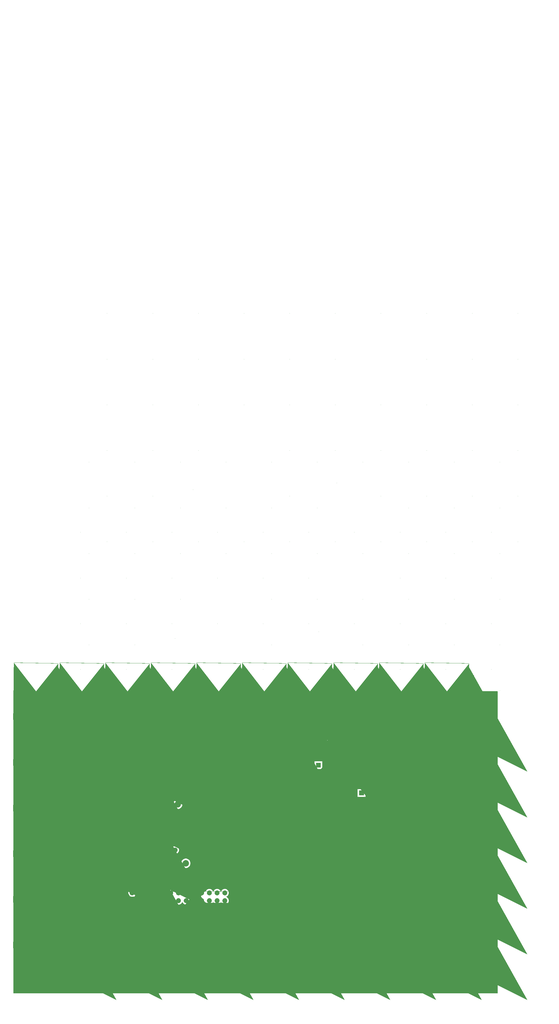
<source format=gbr>
%TF.GenerationSoftware,Flux,Pcbnew,9.0.6-9.0.6~ubuntu22.04.1*%
%TF.CreationDate,2026-02-18T22:19:36+00:00*%
%TF.ProjectId,input,696e7075-742e-46b6-9963-61645f706362,rev?*%
%TF.SameCoordinates,Original*%
%TF.FileFunction,Copper,L2,Inr*%
%TF.FilePolarity,Positive*%
%FSLAX46Y46*%
G04 Gerber Fmt 4.6, Leading zero omitted, Abs format (unit mm)*
G04 Filename: line-sorter*
G04 Build it with Flux! Visit our site at: https://www.flux.ai (PCBNEW 9.0.6-9.0.6~ubuntu22.04.1) date 2026-02-18 22:19:36*
%MOMM*%
%LPD*%
G01*
G04 APERTURE LIST*
G04 Aperture macros list*
%AMFreePoly0*
4,1,129,0.022069,0.299187,0.036723,0.297744,0.051289,0.295583,0.065730,0.292711,0.080014,0.289133,0.094105,0.284858,0.107969,0.279898,0.121572,0.274263,0.134883,0.267967,0.147869,0.261026,0.160499,0.253456,0.172742,0.245275,0.184569,0.236504,0.195952,0.227163,0.206862,0.217274,0.217274,0.206862,0.227163,0.195952,0.236504,0.184569,0.245275,0.172742,0.253456,0.160499,
0.261026,0.147869,0.267967,0.134883,0.274263,0.121572,0.279898,0.107969,0.284858,0.094105,0.289133,0.080014,0.292711,0.065730,0.295583,0.051289,0.297744,0.036723,0.299187,0.022069,0.299910,0.007362,0.299910,-0.007362,0.299187,-0.022069,0.297744,-0.036723,0.295583,-0.051289,0.292711,-0.065730,0.289133,-0.080014,0.284858,-0.094105,0.279898,-0.107969,0.274263,-0.121572,
0.267967,-0.134883,0.261026,-0.147869,0.253456,-0.160499,0.245275,-0.172742,0.236504,-0.184569,0.227163,-0.195952,0.217274,-0.206862,0.206862,-0.217274,0.195952,-0.227163,0.184569,-0.236504,0.172742,-0.245275,0.160499,-0.253456,0.147869,-0.261026,0.134883,-0.267967,0.121572,-0.274263,0.107969,-0.279898,0.094105,-0.284858,0.080014,-0.289133,0.065730,-0.292711,0.051289,-0.295583,
0.036723,-0.297744,0.022069,-0.299187,0.007362,-0.299910,-0.007362,-0.299910,-0.022069,-0.299187,-0.036723,-0.297744,-0.051289,-0.295583,-0.065730,-0.292711,-0.080014,-0.289133,-0.094105,-0.284858,-0.107969,-0.279898,-0.121572,-0.274263,-0.134883,-0.267967,-0.147869,-0.261026,-0.160499,-0.253456,-0.172742,-0.245275,-0.184569,-0.236504,-0.195952,-0.227163,-0.206862,-0.217274,-0.217274,-0.206862,
-0.227163,-0.195952,-0.236504,-0.184569,-0.245275,-0.172742,-0.253456,-0.160499,-0.261026,-0.147869,-0.267967,-0.134883,-0.274263,-0.121572,-0.279898,-0.107969,-0.284858,-0.094105,-0.289133,-0.080014,-0.292711,-0.065730,-0.295583,-0.051289,-0.297744,-0.036723,-0.299187,-0.022069,-0.299910,-0.007362,-0.299910,0.007362,-0.299187,0.022069,-0.297744,0.036723,-0.295583,0.051289,-0.292711,0.065730,
-0.289133,0.080014,-0.284858,0.094105,-0.279898,0.107969,-0.274263,0.121572,-0.267967,0.134883,-0.261026,0.147869,-0.253456,0.160499,-0.245275,0.172742,-0.236504,0.184569,-0.227163,0.195952,-0.217274,0.206862,-0.206862,0.217274,-0.195952,0.227163,-0.184569,0.236504,-0.172742,0.245275,-0.160499,0.253456,-0.147869,0.261026,-0.134883,0.267967,-0.121572,0.274263,-0.107969,0.279898,
-0.094105,0.284858,-0.080014,0.289133,-0.065730,0.292711,-0.051289,0.295583,-0.036723,0.297744,-0.022069,0.299187,-0.007362,0.299910,0.007362,0.299910,0.022069,0.299187,0.022069,0.299187,$1*%
%AMFreePoly1*
4,1,9,0.000462,0.000191,0.000462,-0.000191,0.000191,-0.000462,-0.000191,-0.000462,-0.000462,-0.000191,-0.000462,0.000191,-0.000191,0.000462,0.000191,0.000462,0.000462,0.000191,0.000462,0.000191,$1*%
G04 Aperture macros list end*
%TA.AperFunction,EtchedComponent*%
%ADD10C,0.000000*%
%TD*%
%TA.AperFunction,ComponentPad*%
%ADD11FreePoly0,0.000000*%
%TD*%
%TA.AperFunction,ComponentPad*%
%ADD12FreePoly1,0.000000*%
%TD*%
G04 APERTURE END LIST*
D10*
%TA.AperFunction,EtchedComponent*%
%TO.C,*%
G36*
X18628067Y-14608865D02*
G01*
X18729129Y-14628967D01*
X18827734Y-14658879D01*
X18922933Y-14698311D01*
X19013808Y-14746885D01*
X19099484Y-14804132D01*
X19179137Y-14869501D01*
X19251999Y-14942363D01*
X19317368Y-15022016D01*
X19374615Y-15107692D01*
X19423189Y-15198567D01*
X19462621Y-15293766D01*
X19492533Y-15392371D01*
X19512635Y-15493433D01*
X19522735Y-15595979D01*
X19522735Y-15699021D01*
X19512635Y-15801567D01*
X19492533Y-15902629D01*
X19462621Y-16001234D01*
X19423189Y-16096433D01*
X19374615Y-16187308D01*
X19317368Y-16272984D01*
X19251999Y-16352637D01*
X19179137Y-16425499D01*
X19099484Y-16490868D01*
X19013808Y-16548115D01*
X18922933Y-16596689D01*
X18827734Y-16636121D01*
X18729129Y-16666033D01*
X18628067Y-16686135D01*
X18525521Y-16696235D01*
X18422479Y-16696235D01*
X18319933Y-16686135D01*
X18218871Y-16666033D01*
X18120266Y-16636121D01*
X18025067Y-16596689D01*
X17934192Y-16548115D01*
X17848516Y-16490868D01*
X17768863Y-16425499D01*
X17696001Y-16352637D01*
X17630632Y-16272984D01*
X17573385Y-16187308D01*
X17524811Y-16096433D01*
X17485379Y-16001234D01*
X17455467Y-15902629D01*
X17435365Y-15801567D01*
X17425265Y-15699021D01*
X17425265Y-15595979D01*
X17435365Y-15493433D01*
X17455467Y-15392371D01*
X17485379Y-15293766D01*
X17524811Y-15198567D01*
X17573385Y-15107692D01*
X17630632Y-15022016D01*
X17696001Y-14942363D01*
X17768863Y-14869501D01*
X17848516Y-14804132D01*
X17934192Y-14746885D01*
X18025067Y-14698311D01*
X18120266Y-14658879D01*
X18218871Y-14628967D01*
X18319933Y-14608865D01*
X18422479Y-14598765D01*
X18525521Y-14598765D01*
X18628067Y-14608865D01*
G37*
%TD.AperFunction*%
%TA.AperFunction,EtchedComponent*%
G36*
X13548067Y-14608865D02*
G01*
X13649129Y-14628967D01*
X13747734Y-14658879D01*
X13842933Y-14698311D01*
X13933808Y-14746885D01*
X14019484Y-14804132D01*
X14099137Y-14869501D01*
X14171999Y-14942363D01*
X14237368Y-15022016D01*
X14294615Y-15107692D01*
X14343189Y-15198567D01*
X14382621Y-15293766D01*
X14412533Y-15392371D01*
X14432635Y-15493433D01*
X14442735Y-15595979D01*
X14442735Y-15699021D01*
X14432635Y-15801567D01*
X14412533Y-15902629D01*
X14382621Y-16001234D01*
X14343189Y-16096433D01*
X14294615Y-16187308D01*
X14237368Y-16272984D01*
X14171999Y-16352637D01*
X14099137Y-16425499D01*
X14019484Y-16490868D01*
X13933808Y-16548115D01*
X13842933Y-16596689D01*
X13747734Y-16636121D01*
X13649129Y-16666033D01*
X13548067Y-16686135D01*
X13445521Y-16696235D01*
X13342479Y-16696235D01*
X13239933Y-16686135D01*
X13138871Y-16666033D01*
X13040266Y-16636121D01*
X12945067Y-16596689D01*
X12854192Y-16548115D01*
X12768516Y-16490868D01*
X12688863Y-16425499D01*
X12616001Y-16352637D01*
X12550632Y-16272984D01*
X12493385Y-16187308D01*
X12444811Y-16096433D01*
X12405379Y-16001234D01*
X12375467Y-15902629D01*
X12355365Y-15801567D01*
X12345265Y-15699021D01*
X12345265Y-15595979D01*
X12355365Y-15493433D01*
X12375467Y-15392371D01*
X12405379Y-15293766D01*
X12444811Y-15198567D01*
X12493385Y-15107692D01*
X12550632Y-15022016D01*
X12616001Y-14942363D01*
X12688863Y-14869501D01*
X12768516Y-14804132D01*
X12854192Y-14746885D01*
X12945067Y-14698311D01*
X13040266Y-14658879D01*
X13138871Y-14628967D01*
X13239933Y-14608865D01*
X13342479Y-14598765D01*
X13445521Y-14598765D01*
X13548067Y-14608865D01*
G37*
%TD.AperFunction*%
%TA.AperFunction,EtchedComponent*%
G36*
X37432584Y16954041D02*
G01*
X37509584Y16938725D01*
X37584712Y16915935D01*
X37657244Y16885891D01*
X37726482Y16848883D01*
X37791759Y16805266D01*
X37852447Y16755461D01*
X37907961Y16699947D01*
X37957766Y16639259D01*
X38001383Y16573982D01*
X38038391Y16504744D01*
X38068435Y16432212D01*
X38091225Y16357084D01*
X38106541Y16280084D01*
X38114236Y16201954D01*
X38114236Y16123446D01*
X38106541Y16045316D01*
X38091225Y15968316D01*
X38068435Y15893188D01*
X38038391Y15820656D01*
X38001383Y15751418D01*
X37957766Y15686141D01*
X37907961Y15625453D01*
X37852447Y15569939D01*
X37791759Y15520134D01*
X37726482Y15476517D01*
X37657244Y15439509D01*
X37584712Y15409465D01*
X37509584Y15386675D01*
X37432584Y15371359D01*
X37354454Y15363664D01*
X37275946Y15363664D01*
X37197816Y15371359D01*
X37120816Y15386675D01*
X37045688Y15409465D01*
X36973156Y15439509D01*
X36903918Y15476517D01*
X36838641Y15520134D01*
X36777953Y15569939D01*
X36722439Y15625453D01*
X36672634Y15686141D01*
X36629017Y15751418D01*
X36592009Y15820656D01*
X36561965Y15893188D01*
X36539175Y15968316D01*
X36523859Y16045316D01*
X36516164Y16123446D01*
X36516164Y16201954D01*
X36523859Y16280084D01*
X36539175Y16357084D01*
X36561965Y16432212D01*
X36592009Y16504744D01*
X36629017Y16573982D01*
X36672634Y16639259D01*
X36722439Y16699947D01*
X36777953Y16755461D01*
X36838641Y16805266D01*
X36903918Y16848883D01*
X36973156Y16885891D01*
X37045688Y16915935D01*
X37120816Y16938725D01*
X37197816Y16954041D01*
X37275946Y16961736D01*
X37354454Y16961736D01*
X37432584Y16954041D01*
G37*
%TD.AperFunction*%
%TA.AperFunction,EtchedComponent*%
G36*
X35615200Y15362700D02*
G01*
X34015200Y15362700D01*
X34015200Y16962700D01*
X35615200Y16962700D01*
X35615200Y15362700D01*
G37*
%TD.AperFunction*%
%TA.AperFunction,EtchedComponent*%
G36*
X16914867Y-17931365D02*
G01*
X17015929Y-17951467D01*
X17114534Y-17981379D01*
X17209733Y-18020811D01*
X17300608Y-18069385D01*
X17386284Y-18126632D01*
X17465937Y-18192001D01*
X17538799Y-18264863D01*
X17604168Y-18344516D01*
X17661415Y-18430192D01*
X17709989Y-18521067D01*
X17749421Y-18616266D01*
X17779333Y-18714871D01*
X17799435Y-18815933D01*
X17809535Y-18918479D01*
X17809535Y-19021521D01*
X17799435Y-19124067D01*
X17779333Y-19225129D01*
X17749421Y-19323734D01*
X17709989Y-19418933D01*
X17661415Y-19509808D01*
X17604168Y-19595484D01*
X17538799Y-19675137D01*
X17465937Y-19747999D01*
X17386284Y-19813368D01*
X17300608Y-19870615D01*
X17209733Y-19919189D01*
X17114534Y-19958621D01*
X17015929Y-19988533D01*
X16914867Y-20008635D01*
X16812321Y-20018735D01*
X16709279Y-20018735D01*
X16606733Y-20008635D01*
X16505671Y-19988533D01*
X16407066Y-19958621D01*
X16311867Y-19919189D01*
X16220992Y-19870615D01*
X16135316Y-19813368D01*
X16055663Y-19747999D01*
X15982801Y-19675137D01*
X15917432Y-19595484D01*
X15860185Y-19509808D01*
X15811611Y-19418933D01*
X15772179Y-19323734D01*
X15742267Y-19225129D01*
X15722165Y-19124067D01*
X15712065Y-19021521D01*
X15712065Y-18918479D01*
X15722165Y-18815933D01*
X15742267Y-18714871D01*
X15772179Y-18616266D01*
X15811611Y-18521067D01*
X15860185Y-18430192D01*
X15917432Y-18344516D01*
X15982801Y-18264863D01*
X16055663Y-18192001D01*
X16135316Y-18126632D01*
X16220992Y-18069385D01*
X16311867Y-18020811D01*
X16407066Y-17981379D01*
X16505671Y-17951467D01*
X16606733Y-17931365D01*
X16709279Y-17921265D01*
X16812321Y-17921265D01*
X16914867Y-17931365D01*
G37*
%TD.AperFunction*%
%TA.AperFunction,EtchedComponent*%
G36*
X11834867Y-17931365D02*
G01*
X11935929Y-17951467D01*
X12034534Y-17981379D01*
X12129733Y-18020811D01*
X12220608Y-18069385D01*
X12306284Y-18126632D01*
X12385937Y-18192001D01*
X12458799Y-18264863D01*
X12524168Y-18344516D01*
X12581415Y-18430192D01*
X12629989Y-18521067D01*
X12669421Y-18616266D01*
X12699333Y-18714871D01*
X12719435Y-18815933D01*
X12729535Y-18918479D01*
X12729535Y-19021521D01*
X12719435Y-19124067D01*
X12699333Y-19225129D01*
X12669421Y-19323734D01*
X12629989Y-19418933D01*
X12581415Y-19509808D01*
X12524168Y-19595484D01*
X12458799Y-19675137D01*
X12385937Y-19747999D01*
X12306284Y-19813368D01*
X12220608Y-19870615D01*
X12129733Y-19919189D01*
X12034534Y-19958621D01*
X11935929Y-19988533D01*
X11834867Y-20008635D01*
X11732321Y-20018735D01*
X11629279Y-20018735D01*
X11526733Y-20008635D01*
X11425671Y-19988533D01*
X11327066Y-19958621D01*
X11231867Y-19919189D01*
X11140992Y-19870615D01*
X11055316Y-19813368D01*
X10975663Y-19747999D01*
X10902801Y-19675137D01*
X10837432Y-19595484D01*
X10780185Y-19509808D01*
X10731611Y-19418933D01*
X10692179Y-19323734D01*
X10662267Y-19225129D01*
X10642165Y-19124067D01*
X10632065Y-19021521D01*
X10632065Y-18918479D01*
X10642165Y-18815933D01*
X10662267Y-18714871D01*
X10692179Y-18616266D01*
X10731611Y-18521067D01*
X10780185Y-18430192D01*
X10837432Y-18344516D01*
X10902801Y-18264863D01*
X10975663Y-18192001D01*
X11055316Y-18126632D01*
X11140992Y-18069385D01*
X11231867Y-18020811D01*
X11327066Y-17981379D01*
X11425671Y-17951467D01*
X11526733Y-17931365D01*
X11629279Y-17921265D01*
X11732321Y-17921265D01*
X11834867Y-17931365D01*
G37*
%TD.AperFunction*%
%TA.AperFunction,EtchedComponent*%
G36*
X33755861Y4702191D02*
G01*
X33847539Y4683955D01*
X33936988Y4656821D01*
X34023346Y4621050D01*
X34105783Y4576987D01*
X34183504Y4525055D01*
X34255760Y4465756D01*
X34321856Y4399660D01*
X34381155Y4327404D01*
X34433087Y4249683D01*
X34477150Y4167246D01*
X34512921Y4080888D01*
X34540055Y3991439D01*
X34558291Y3899761D01*
X34567453Y3806737D01*
X34567453Y3713263D01*
X34558291Y3620239D01*
X34540055Y3528561D01*
X34512921Y3439112D01*
X34477150Y3352754D01*
X34433087Y3270317D01*
X34381155Y3192596D01*
X34321856Y3120340D01*
X34255760Y3054244D01*
X34183504Y2994945D01*
X34105783Y2943013D01*
X34023346Y2898950D01*
X33936988Y2863179D01*
X33847539Y2836045D01*
X33755861Y2817809D01*
X33662837Y2808647D01*
X33569363Y2808647D01*
X33476339Y2817809D01*
X33384661Y2836045D01*
X33295212Y2863179D01*
X33208854Y2898950D01*
X33126417Y2943013D01*
X33048696Y2994945D01*
X32976440Y3054244D01*
X32910344Y3120340D01*
X32851045Y3192596D01*
X32799113Y3270317D01*
X32755050Y3352754D01*
X32719279Y3439112D01*
X32692145Y3528561D01*
X32673909Y3620239D01*
X32664747Y3713263D01*
X32664747Y3806737D01*
X32673909Y3899761D01*
X32692145Y3991439D01*
X32719279Y4080888D01*
X32755050Y4167246D01*
X32799113Y4249683D01*
X32851045Y4327404D01*
X32910344Y4399660D01*
X32976440Y4465756D01*
X33048696Y4525055D01*
X33126417Y4576987D01*
X33208854Y4621050D01*
X33295212Y4656821D01*
X33384661Y4683955D01*
X33476339Y4702191D01*
X33569363Y4711353D01*
X33662837Y4711353D01*
X33755861Y4702191D01*
G37*
%TD.AperFunction*%
%TA.AperFunction,EtchedComponent*%
G36*
X57885861Y4702191D02*
G01*
X57977539Y4683955D01*
X58066988Y4656821D01*
X58153346Y4621050D01*
X58235783Y4576987D01*
X58313504Y4525055D01*
X58385760Y4465756D01*
X58451856Y4399660D01*
X58511155Y4327404D01*
X58563087Y4249683D01*
X58607150Y4167246D01*
X58642921Y4080888D01*
X58670055Y3991439D01*
X58688291Y3899761D01*
X58697453Y3806737D01*
X58697453Y3713263D01*
X58688291Y3620239D01*
X58670055Y3528561D01*
X58642921Y3439112D01*
X58607150Y3352754D01*
X58563087Y3270317D01*
X58511155Y3192596D01*
X58451856Y3120340D01*
X58385760Y3054244D01*
X58313504Y2994945D01*
X58235783Y2943013D01*
X58153346Y2898950D01*
X58066988Y2863179D01*
X57977539Y2836045D01*
X57885861Y2817809D01*
X57792837Y2808647D01*
X57699363Y2808647D01*
X57606339Y2817809D01*
X57514661Y2836045D01*
X57425212Y2863179D01*
X57338854Y2898950D01*
X57256417Y2943013D01*
X57178696Y2994945D01*
X57106440Y3054244D01*
X57040344Y3120340D01*
X56981045Y3192596D01*
X56929113Y3270317D01*
X56885050Y3352754D01*
X56849279Y3439112D01*
X56822145Y3528561D01*
X56803909Y3620239D01*
X56794747Y3713263D01*
X56794747Y3806737D01*
X56803909Y3899761D01*
X56822145Y3991439D01*
X56849279Y4080888D01*
X56885050Y4167246D01*
X56929113Y4249683D01*
X56981045Y4327404D01*
X57040344Y4399660D01*
X57106440Y4465756D01*
X57178696Y4525055D01*
X57256417Y4576987D01*
X57338854Y4621050D01*
X57425212Y4656821D01*
X57514661Y4683955D01*
X57606339Y4702191D01*
X57699363Y4711353D01*
X57792837Y4711353D01*
X57885861Y4702191D01*
G37*
%TD.AperFunction*%
%TA.AperFunction,EtchedComponent*%
G36*
X-25447033Y13494635D02*
G01*
X-25345971Y13474533D01*
X-25247366Y13444621D01*
X-25152167Y13405189D01*
X-25061292Y13356615D01*
X-24975616Y13299368D01*
X-24895963Y13233999D01*
X-24823101Y13161137D01*
X-24757732Y13081484D01*
X-24700485Y12995808D01*
X-24651911Y12904933D01*
X-24612479Y12809734D01*
X-24582567Y12711129D01*
X-24562465Y12610067D01*
X-24552365Y12507521D01*
X-24552365Y12404479D01*
X-24562465Y12301933D01*
X-24582567Y12200871D01*
X-24612479Y12102266D01*
X-24651911Y12007067D01*
X-24700485Y11916192D01*
X-24757732Y11830516D01*
X-24823101Y11750863D01*
X-24895963Y11678001D01*
X-24975616Y11612632D01*
X-25061292Y11555385D01*
X-25152167Y11506811D01*
X-25247366Y11467379D01*
X-25345971Y11437467D01*
X-25447033Y11417365D01*
X-25549579Y11407265D01*
X-25652621Y11407265D01*
X-25755167Y11417365D01*
X-25856229Y11437467D01*
X-25954834Y11467379D01*
X-26050033Y11506811D01*
X-26140908Y11555385D01*
X-26226584Y11612632D01*
X-26306237Y11678001D01*
X-26379099Y11750863D01*
X-26444468Y11830516D01*
X-26501715Y11916192D01*
X-26550289Y12007067D01*
X-26589721Y12102266D01*
X-26619633Y12200871D01*
X-26639735Y12301933D01*
X-26649835Y12404479D01*
X-26649835Y12507521D01*
X-26639735Y12610067D01*
X-26619633Y12711129D01*
X-26589721Y12809734D01*
X-26550289Y12904933D01*
X-26501715Y12995808D01*
X-26444468Y13081484D01*
X-26379099Y13161137D01*
X-26306237Y13233999D01*
X-26226584Y13299368D01*
X-26140908Y13356615D01*
X-26050033Y13405189D01*
X-25954834Y13444621D01*
X-25856229Y13474533D01*
X-25755167Y13494635D01*
X-25652621Y13504735D01*
X-25549579Y13504735D01*
X-25447033Y13494635D01*
G37*
%TD.AperFunction*%
%TA.AperFunction,EtchedComponent*%
G36*
X-30527033Y13494635D02*
G01*
X-30425971Y13474533D01*
X-30327366Y13444621D01*
X-30232167Y13405189D01*
X-30141292Y13356615D01*
X-30055616Y13299368D01*
X-29975963Y13233999D01*
X-29903101Y13161137D01*
X-29837732Y13081484D01*
X-29780485Y12995808D01*
X-29731911Y12904933D01*
X-29692479Y12809734D01*
X-29662567Y12711129D01*
X-29642465Y12610067D01*
X-29632365Y12507521D01*
X-29632365Y12404479D01*
X-29642465Y12301933D01*
X-29662567Y12200871D01*
X-29692479Y12102266D01*
X-29731911Y12007067D01*
X-29780485Y11916192D01*
X-29837732Y11830516D01*
X-29903101Y11750863D01*
X-29975963Y11678001D01*
X-30055616Y11612632D01*
X-30141292Y11555385D01*
X-30232167Y11506811D01*
X-30327366Y11467379D01*
X-30425971Y11437467D01*
X-30527033Y11417365D01*
X-30629579Y11407265D01*
X-30732621Y11407265D01*
X-30835167Y11417365D01*
X-30936229Y11437467D01*
X-31034834Y11467379D01*
X-31130033Y11506811D01*
X-31220908Y11555385D01*
X-31306584Y11612632D01*
X-31386237Y11678001D01*
X-31459099Y11750863D01*
X-31524468Y11830516D01*
X-31581715Y11916192D01*
X-31630289Y12007067D01*
X-31669721Y12102266D01*
X-31699633Y12200871D01*
X-31719735Y12301933D01*
X-31729835Y12404479D01*
X-31729835Y12507521D01*
X-31719735Y12610067D01*
X-31699633Y12711129D01*
X-31669721Y12809734D01*
X-31630289Y12904933D01*
X-31581715Y12995808D01*
X-31524468Y13081484D01*
X-31459099Y13161137D01*
X-31386237Y13233999D01*
X-31306584Y13299368D01*
X-31220908Y13356615D01*
X-31130033Y13405189D01*
X-31034834Y13444621D01*
X-30936229Y13474533D01*
X-30835167Y13494635D01*
X-30732621Y13504735D01*
X-30629579Y13504735D01*
X-30527033Y13494635D01*
G37*
%TD.AperFunction*%
%TA.AperFunction,EtchedComponent*%
G36*
X21405067Y-11163965D02*
G01*
X21506129Y-11184067D01*
X21604734Y-11213979D01*
X21699933Y-11253411D01*
X21790808Y-11301985D01*
X21876484Y-11359232D01*
X21956137Y-11424601D01*
X22028999Y-11497463D01*
X22094368Y-11577116D01*
X22151615Y-11662792D01*
X22200189Y-11753667D01*
X22239621Y-11848866D01*
X22269533Y-11947471D01*
X22289635Y-12048533D01*
X22299735Y-12151079D01*
X22299735Y-12254121D01*
X22289635Y-12356667D01*
X22269533Y-12457729D01*
X22239621Y-12556334D01*
X22200189Y-12651533D01*
X22151615Y-12742408D01*
X22094368Y-12828084D01*
X22028999Y-12907737D01*
X21956137Y-12980599D01*
X21876484Y-13045968D01*
X21790808Y-13103215D01*
X21699933Y-13151789D01*
X21604734Y-13191221D01*
X21506129Y-13221133D01*
X21405067Y-13241235D01*
X21302521Y-13251335D01*
X21199479Y-13251335D01*
X21096933Y-13241235D01*
X20995871Y-13221133D01*
X20897266Y-13191221D01*
X20802067Y-13151789D01*
X20711192Y-13103215D01*
X20625516Y-13045968D01*
X20545863Y-12980599D01*
X20473001Y-12907737D01*
X20407632Y-12828084D01*
X20350385Y-12742408D01*
X20301811Y-12651533D01*
X20262379Y-12556334D01*
X20232467Y-12457729D01*
X20212365Y-12356667D01*
X20202265Y-12254121D01*
X20202265Y-12151079D01*
X20212365Y-12048533D01*
X20232467Y-11947471D01*
X20262379Y-11848866D01*
X20301811Y-11753667D01*
X20350385Y-11662792D01*
X20407632Y-11577116D01*
X20473001Y-11497463D01*
X20545863Y-11424601D01*
X20625516Y-11359232D01*
X20711192Y-11301985D01*
X20802067Y-11253411D01*
X20897266Y-11213979D01*
X20995871Y-11184067D01*
X21096933Y-11163965D01*
X21199479Y-11153865D01*
X21302521Y-11153865D01*
X21405067Y-11163965D01*
G37*
%TD.AperFunction*%
%TA.AperFunction,EtchedComponent*%
G36*
X16325067Y-11163965D02*
G01*
X16426129Y-11184067D01*
X16524734Y-11213979D01*
X16619933Y-11253411D01*
X16710808Y-11301985D01*
X16796484Y-11359232D01*
X16876137Y-11424601D01*
X16948999Y-11497463D01*
X17014368Y-11577116D01*
X17071615Y-11662792D01*
X17120189Y-11753667D01*
X17159621Y-11848866D01*
X17189533Y-11947471D01*
X17209635Y-12048533D01*
X17219735Y-12151079D01*
X17219735Y-12254121D01*
X17209635Y-12356667D01*
X17189533Y-12457729D01*
X17159621Y-12556334D01*
X17120189Y-12651533D01*
X17071615Y-12742408D01*
X17014368Y-12828084D01*
X16948999Y-12907737D01*
X16876137Y-12980599D01*
X16796484Y-13045968D01*
X16710808Y-13103215D01*
X16619933Y-13151789D01*
X16524734Y-13191221D01*
X16426129Y-13221133D01*
X16325067Y-13241235D01*
X16222521Y-13251335D01*
X16119479Y-13251335D01*
X16016933Y-13241235D01*
X15915871Y-13221133D01*
X15817266Y-13191221D01*
X15722067Y-13151789D01*
X15631192Y-13103215D01*
X15545516Y-13045968D01*
X15465863Y-12980599D01*
X15393001Y-12907737D01*
X15327632Y-12828084D01*
X15270385Y-12742408D01*
X15221811Y-12651533D01*
X15182379Y-12556334D01*
X15152467Y-12457729D01*
X15132365Y-12356667D01*
X15122265Y-12254121D01*
X15122265Y-12151079D01*
X15132365Y-12048533D01*
X15152467Y-11947471D01*
X15182379Y-11848866D01*
X15221811Y-11753667D01*
X15270385Y-11662792D01*
X15327632Y-11577116D01*
X15393001Y-11497463D01*
X15465863Y-11424601D01*
X15545516Y-11359232D01*
X15631192Y-11301985D01*
X15722067Y-11253411D01*
X15817266Y-11213979D01*
X15915871Y-11184067D01*
X16016933Y-11163965D01*
X16119479Y-11153865D01*
X16222521Y-11153865D01*
X16325067Y-11163965D01*
G37*
%TD.AperFunction*%
%TA.AperFunction,EtchedComponent*%
G36*
X27318761Y35893391D02*
G01*
X27410439Y35875155D01*
X27499888Y35848021D01*
X27586246Y35812250D01*
X27668683Y35768187D01*
X27746404Y35716255D01*
X27818660Y35656956D01*
X27884756Y35590860D01*
X27944055Y35518604D01*
X27995987Y35440883D01*
X28040050Y35358446D01*
X28075821Y35272088D01*
X28102955Y35182639D01*
X28121191Y35090961D01*
X28130353Y34997937D01*
X28130353Y34809463D01*
X28121191Y34716439D01*
X28102955Y34624761D01*
X28075821Y34535312D01*
X28040050Y34448954D01*
X27995987Y34366517D01*
X27944055Y34288796D01*
X27884756Y34216540D01*
X27818660Y34150444D01*
X27746404Y34091145D01*
X27668683Y34039213D01*
X27586246Y33995150D01*
X27499888Y33959379D01*
X27410439Y33932245D01*
X27318761Y33914009D01*
X27225737Y33904847D01*
X27132263Y33904847D01*
X27039239Y33914009D01*
X26947561Y33932245D01*
X26858112Y33959379D01*
X26771754Y33995150D01*
X26689317Y34039213D01*
X26611596Y34091145D01*
X26539340Y34150444D01*
X26473244Y34216540D01*
X26413945Y34288796D01*
X26362013Y34366517D01*
X26317950Y34448954D01*
X26282179Y34535312D01*
X26255045Y34624761D01*
X26236809Y34716439D01*
X26227647Y34809463D01*
X26227647Y34902937D01*
X26227647Y34997937D01*
X26236809Y35090961D01*
X26255045Y35182639D01*
X26282179Y35272088D01*
X26317950Y35358446D01*
X26362013Y35440883D01*
X26413945Y35518604D01*
X26473244Y35590860D01*
X26539340Y35656956D01*
X26611596Y35716255D01*
X26689317Y35768187D01*
X26771754Y35812250D01*
X26858112Y35848021D01*
X26947561Y35875155D01*
X27039239Y35893391D01*
X27132263Y35902553D01*
X27225737Y35902553D01*
X27318761Y35893391D01*
G37*
%TD.AperFunction*%
%TA.AperFunction,EtchedComponent*%
G36*
X25592000Y33903700D02*
G01*
X23687000Y33903700D01*
X23687000Y35903700D01*
X25592000Y35903700D01*
X25592000Y33903700D01*
G37*
%TD.AperFunction*%
%TA.AperFunction,EtchedComponent*%
G36*
X29858761Y35893391D02*
G01*
X29950439Y35875155D01*
X30039888Y35848021D01*
X30126246Y35812250D01*
X30208683Y35768187D01*
X30286404Y35716255D01*
X30358660Y35656956D01*
X30424756Y35590860D01*
X30484055Y35518604D01*
X30535987Y35440883D01*
X30580050Y35358446D01*
X30615821Y35272088D01*
X30642955Y35182639D01*
X30661191Y35090961D01*
X30670353Y34997937D01*
X30670353Y34809463D01*
X30661191Y34716439D01*
X30642955Y34624761D01*
X30615821Y34535312D01*
X30580050Y34448954D01*
X30535987Y34366517D01*
X30484055Y34288796D01*
X30424756Y34216540D01*
X30358660Y34150444D01*
X30286404Y34091145D01*
X30208683Y34039213D01*
X30126246Y33995150D01*
X30039888Y33959379D01*
X29950439Y33932245D01*
X29858761Y33914009D01*
X29765737Y33904847D01*
X29672263Y33904847D01*
X29579239Y33914009D01*
X29487561Y33932245D01*
X29398112Y33959379D01*
X29311754Y33995150D01*
X29229317Y34039213D01*
X29151596Y34091145D01*
X29079340Y34150444D01*
X29013244Y34216540D01*
X28953945Y34288796D01*
X28902013Y34366517D01*
X28857950Y34448954D01*
X28822179Y34535312D01*
X28795045Y34624761D01*
X28776809Y34716439D01*
X28767647Y34809463D01*
X28767647Y34902937D01*
X28767647Y34997937D01*
X28776809Y35090961D01*
X28795045Y35182639D01*
X28822179Y35272088D01*
X28857950Y35358446D01*
X28902013Y35440883D01*
X28953945Y35518604D01*
X29013244Y35590860D01*
X29079340Y35656956D01*
X29151596Y35716255D01*
X29229317Y35768187D01*
X29311754Y35812250D01*
X29398112Y35848021D01*
X29487561Y35875155D01*
X29579239Y35893391D01*
X29672263Y35902553D01*
X29765737Y35902553D01*
X29858761Y35893391D01*
G37*
%TD.AperFunction*%
%TA.AperFunction,EtchedComponent*%
G36*
X25594967Y-6338665D02*
G01*
X25696029Y-6358767D01*
X25794634Y-6388679D01*
X25889833Y-6428111D01*
X25980708Y-6476685D01*
X26066384Y-6533932D01*
X26146037Y-6599301D01*
X26218899Y-6672163D01*
X26284268Y-6751816D01*
X26341515Y-6837492D01*
X26390089Y-6928367D01*
X26429521Y-7023566D01*
X26459433Y-7122171D01*
X26479535Y-7223233D01*
X26489635Y-7325779D01*
X26489635Y-7428821D01*
X26479535Y-7531367D01*
X26459433Y-7632429D01*
X26429521Y-7731034D01*
X26390089Y-7826233D01*
X26341515Y-7917108D01*
X26284268Y-8002784D01*
X26218899Y-8082437D01*
X26146037Y-8155299D01*
X26066384Y-8220668D01*
X25980708Y-8277915D01*
X25889833Y-8326489D01*
X25794634Y-8365921D01*
X25696029Y-8395833D01*
X25594967Y-8415935D01*
X25492421Y-8426035D01*
X25389379Y-8426035D01*
X25286833Y-8415935D01*
X25185771Y-8395833D01*
X25087166Y-8365921D01*
X24991967Y-8326489D01*
X24901092Y-8277915D01*
X24815416Y-8220668D01*
X24735763Y-8155299D01*
X24662901Y-8082437D01*
X24597532Y-8002784D01*
X24540285Y-7917108D01*
X24491711Y-7826233D01*
X24452279Y-7731034D01*
X24422367Y-7632429D01*
X24402265Y-7531367D01*
X24392165Y-7428821D01*
X24392165Y-7325779D01*
X24402265Y-7223233D01*
X24422367Y-7122171D01*
X24452279Y-7023566D01*
X24491711Y-6928367D01*
X24540285Y-6837492D01*
X24597532Y-6751816D01*
X24662901Y-6672163D01*
X24735763Y-6599301D01*
X24815416Y-6533932D01*
X24901092Y-6476685D01*
X24991967Y-6428111D01*
X25087166Y-6388679D01*
X25185771Y-6358767D01*
X25286833Y-6338665D01*
X25389379Y-6328565D01*
X25492421Y-6328565D01*
X25594967Y-6338665D01*
G37*
%TD.AperFunction*%
%TA.AperFunction,EtchedComponent*%
G36*
X20514967Y-6338665D02*
G01*
X20616029Y-6358767D01*
X20714634Y-6388679D01*
X20809833Y-6428111D01*
X20900708Y-6476685D01*
X20986384Y-6533932D01*
X21066037Y-6599301D01*
X21138899Y-6672163D01*
X21204268Y-6751816D01*
X21261515Y-6837492D01*
X21310089Y-6928367D01*
X21349521Y-7023566D01*
X21379433Y-7122171D01*
X21399535Y-7223233D01*
X21409635Y-7325779D01*
X21409635Y-7428821D01*
X21399535Y-7531367D01*
X21379433Y-7632429D01*
X21349521Y-7731034D01*
X21310089Y-7826233D01*
X21261515Y-7917108D01*
X21204268Y-8002784D01*
X21138899Y-8082437D01*
X21066037Y-8155299D01*
X20986384Y-8220668D01*
X20900708Y-8277915D01*
X20809833Y-8326489D01*
X20714634Y-8365921D01*
X20616029Y-8395833D01*
X20514967Y-8415935D01*
X20412421Y-8426035D01*
X20309379Y-8426035D01*
X20206833Y-8415935D01*
X20105771Y-8395833D01*
X20007166Y-8365921D01*
X19911967Y-8326489D01*
X19821092Y-8277915D01*
X19735416Y-8220668D01*
X19655763Y-8155299D01*
X19582901Y-8082437D01*
X19517532Y-8002784D01*
X19460285Y-7917108D01*
X19411711Y-7826233D01*
X19372279Y-7731034D01*
X19342367Y-7632429D01*
X19322265Y-7531367D01*
X19312165Y-7428821D01*
X19312165Y-7325779D01*
X19322265Y-7223233D01*
X19342367Y-7122171D01*
X19372279Y-7023566D01*
X19411711Y-6928367D01*
X19460285Y-6837492D01*
X19517532Y-6751816D01*
X19582901Y-6672163D01*
X19655763Y-6599301D01*
X19735416Y-6533932D01*
X19821092Y-6476685D01*
X19911967Y-6428111D01*
X20007166Y-6388679D01*
X20105771Y-6358767D01*
X20206833Y-6338665D01*
X20309379Y-6328565D01*
X20412421Y-6328565D01*
X20514967Y-6338665D01*
G37*
%TD.AperFunction*%
%TA.AperFunction,EtchedComponent*%
G36*
X-26496833Y3897535D02*
G01*
X-26395771Y3877433D01*
X-26297166Y3847521D01*
X-26201967Y3808089D01*
X-26111092Y3759515D01*
X-26025416Y3702268D01*
X-25945763Y3636899D01*
X-25872901Y3564037D01*
X-25807532Y3484384D01*
X-25750285Y3398708D01*
X-25701711Y3307833D01*
X-25662279Y3212634D01*
X-25632367Y3114029D01*
X-25612265Y3012967D01*
X-25602165Y2910421D01*
X-25602165Y2807379D01*
X-25612265Y2704833D01*
X-25632367Y2603771D01*
X-25662279Y2505166D01*
X-25701711Y2409967D01*
X-25750285Y2319092D01*
X-25807532Y2233416D01*
X-25872901Y2153763D01*
X-25945763Y2080901D01*
X-26025416Y2015532D01*
X-26111092Y1958285D01*
X-26201967Y1909711D01*
X-26297166Y1870279D01*
X-26395771Y1840367D01*
X-26496833Y1820265D01*
X-26599379Y1810165D01*
X-26702421Y1810165D01*
X-26804967Y1820265D01*
X-26906029Y1840367D01*
X-27004634Y1870279D01*
X-27099833Y1909711D01*
X-27190708Y1958285D01*
X-27276384Y2015532D01*
X-27356037Y2080901D01*
X-27428899Y2153763D01*
X-27494268Y2233416D01*
X-27551515Y2319092D01*
X-27600089Y2409967D01*
X-27639521Y2505166D01*
X-27669433Y2603771D01*
X-27689535Y2704833D01*
X-27699635Y2807379D01*
X-27699635Y2910421D01*
X-27689535Y3012967D01*
X-27669433Y3114029D01*
X-27639521Y3212634D01*
X-27600089Y3307833D01*
X-27551515Y3398708D01*
X-27494268Y3484384D01*
X-27428899Y3564037D01*
X-27356037Y3636899D01*
X-27276384Y3702268D01*
X-27190708Y3759515D01*
X-27099833Y3808089D01*
X-27004634Y3847521D01*
X-26906029Y3877433D01*
X-26804967Y3897535D01*
X-26702421Y3907635D01*
X-26599379Y3907635D01*
X-26496833Y3897535D01*
G37*
%TD.AperFunction*%
%TA.AperFunction,EtchedComponent*%
G36*
X-31576833Y3897535D02*
G01*
X-31475771Y3877433D01*
X-31377166Y3847521D01*
X-31281967Y3808089D01*
X-31191092Y3759515D01*
X-31105416Y3702268D01*
X-31025763Y3636899D01*
X-30952901Y3564037D01*
X-30887532Y3484384D01*
X-30830285Y3398708D01*
X-30781711Y3307833D01*
X-30742279Y3212634D01*
X-30712367Y3114029D01*
X-30692265Y3012967D01*
X-30682165Y2910421D01*
X-30682165Y2807379D01*
X-30692265Y2704833D01*
X-30712367Y2603771D01*
X-30742279Y2505166D01*
X-30781711Y2409967D01*
X-30830285Y2319092D01*
X-30887532Y2233416D01*
X-30952901Y2153763D01*
X-31025763Y2080901D01*
X-31105416Y2015532D01*
X-31191092Y1958285D01*
X-31281967Y1909711D01*
X-31377166Y1870279D01*
X-31475771Y1840367D01*
X-31576833Y1820265D01*
X-31679379Y1810165D01*
X-31782421Y1810165D01*
X-31884967Y1820265D01*
X-31986029Y1840367D01*
X-32084634Y1870279D01*
X-32179833Y1909711D01*
X-32270708Y1958285D01*
X-32356384Y2015532D01*
X-32436037Y2080901D01*
X-32508899Y2153763D01*
X-32574268Y2233416D01*
X-32631515Y2319092D01*
X-32680089Y2409967D01*
X-32719521Y2505166D01*
X-32749433Y2603771D01*
X-32769535Y2704833D01*
X-32779635Y2807379D01*
X-32779635Y2910421D01*
X-32769535Y3012967D01*
X-32749433Y3114029D01*
X-32719521Y3212634D01*
X-32680089Y3307833D01*
X-32631515Y3398708D01*
X-32574268Y3484384D01*
X-32508899Y3564037D01*
X-32436037Y3636899D01*
X-32356384Y3702268D01*
X-32270708Y3759515D01*
X-32179833Y3808089D01*
X-32084634Y3847521D01*
X-31986029Y3877433D01*
X-31884967Y3897535D01*
X-31782421Y3907635D01*
X-31679379Y3907635D01*
X-31576833Y3897535D01*
G37*
%TD.AperFunction*%
%TA.AperFunction,EtchedComponent*%
G36*
X24139900Y5990300D02*
G01*
X22189900Y5990300D01*
X22189900Y7940300D01*
X24139900Y7940300D01*
X24139900Y5990300D01*
G37*
%TD.AperFunction*%
%TA.AperFunction,EtchedComponent*%
G36*
X28307962Y7929747D02*
G01*
X28401806Y7911080D01*
X28493368Y7883305D01*
X28581766Y7846690D01*
X28666150Y7801585D01*
X28745707Y7748427D01*
X28819670Y7687727D01*
X28887327Y7620070D01*
X28948027Y7546107D01*
X29001185Y7466550D01*
X29046290Y7382166D01*
X29082905Y7293768D01*
X29110680Y7202206D01*
X29129347Y7108362D01*
X29138726Y7013141D01*
X29138726Y6917459D01*
X29129347Y6822238D01*
X29110680Y6728394D01*
X29082905Y6636832D01*
X29046290Y6548434D01*
X29001185Y6464050D01*
X28948027Y6384493D01*
X28887327Y6310530D01*
X28819670Y6242873D01*
X28745707Y6182173D01*
X28666150Y6129015D01*
X28581766Y6083910D01*
X28493368Y6047295D01*
X28401806Y6019520D01*
X28307962Y6000853D01*
X28212741Y5991474D01*
X28117059Y5991474D01*
X28021838Y6000853D01*
X27927994Y6019520D01*
X27836432Y6047295D01*
X27748034Y6083910D01*
X27663650Y6129015D01*
X27584093Y6182173D01*
X27510130Y6242873D01*
X27442473Y6310530D01*
X27381773Y6384493D01*
X27328615Y6464050D01*
X27283510Y6548434D01*
X27246895Y6636832D01*
X27219120Y6728394D01*
X27200453Y6822238D01*
X27191074Y6917459D01*
X27191074Y7013141D01*
X27200453Y7108362D01*
X27219120Y7202206D01*
X27246895Y7293768D01*
X27283510Y7382166D01*
X27328615Y7466550D01*
X27381773Y7546107D01*
X27442473Y7620070D01*
X27510130Y7687727D01*
X27584093Y7748427D01*
X27663650Y7801585D01*
X27748034Y7846690D01*
X27836432Y7883305D01*
X27927994Y7911080D01*
X28021838Y7929747D01*
X28117059Y7939126D01*
X28212741Y7939126D01*
X28307962Y7929747D01*
G37*
%TD.AperFunction*%
%TA.AperFunction,EtchedComponent*%
G36*
X-33257833Y-5702765D02*
G01*
X-33156771Y-5722867D01*
X-33058166Y-5752779D01*
X-32962967Y-5792211D01*
X-32872092Y-5840785D01*
X-32786416Y-5898032D01*
X-32706763Y-5963401D01*
X-32633901Y-6036263D01*
X-32568532Y-6115916D01*
X-32511285Y-6201592D01*
X-32462711Y-6292467D01*
X-32423279Y-6387666D01*
X-32393367Y-6486271D01*
X-32373265Y-6587333D01*
X-32363165Y-6689879D01*
X-32363165Y-6792921D01*
X-32373265Y-6895467D01*
X-32393367Y-6996529D01*
X-32423279Y-7095134D01*
X-32462711Y-7190333D01*
X-32511285Y-7281208D01*
X-32568532Y-7366884D01*
X-32633901Y-7446537D01*
X-32706763Y-7519399D01*
X-32786416Y-7584768D01*
X-32872092Y-7642015D01*
X-32962967Y-7690589D01*
X-33058166Y-7730021D01*
X-33156771Y-7759933D01*
X-33257833Y-7780035D01*
X-33360379Y-7790135D01*
X-33463421Y-7790135D01*
X-33565967Y-7780035D01*
X-33667029Y-7759933D01*
X-33765634Y-7730021D01*
X-33860833Y-7690589D01*
X-33951708Y-7642015D01*
X-34037384Y-7584768D01*
X-34117037Y-7519399D01*
X-34189899Y-7446537D01*
X-34255268Y-7366884D01*
X-34312515Y-7281208D01*
X-34361089Y-7190333D01*
X-34400521Y-7095134D01*
X-34430433Y-6996529D01*
X-34450535Y-6895467D01*
X-34460635Y-6792921D01*
X-34460635Y-6689879D01*
X-34450535Y-6587333D01*
X-34430433Y-6486271D01*
X-34400521Y-6387666D01*
X-34361089Y-6292467D01*
X-34312515Y-6201592D01*
X-34255268Y-6115916D01*
X-34189899Y-6036263D01*
X-34117037Y-5963401D01*
X-34037384Y-5898032D01*
X-33951708Y-5840785D01*
X-33860833Y-5792211D01*
X-33765634Y-5752779D01*
X-33667029Y-5722867D01*
X-33565967Y-5702765D01*
X-33463421Y-5692665D01*
X-33360379Y-5692665D01*
X-33257833Y-5702765D01*
G37*
%TD.AperFunction*%
%TA.AperFunction,EtchedComponent*%
G36*
X-38337833Y-5702765D02*
G01*
X-38236771Y-5722867D01*
X-38138166Y-5752779D01*
X-38042967Y-5792211D01*
X-37952092Y-5840785D01*
X-37866416Y-5898032D01*
X-37786763Y-5963401D01*
X-37713901Y-6036263D01*
X-37648532Y-6115916D01*
X-37591285Y-6201592D01*
X-37542711Y-6292467D01*
X-37503279Y-6387666D01*
X-37473367Y-6486271D01*
X-37453265Y-6587333D01*
X-37443165Y-6689879D01*
X-37443165Y-6792921D01*
X-37453265Y-6895467D01*
X-37473367Y-6996529D01*
X-37503279Y-7095134D01*
X-37542711Y-7190333D01*
X-37591285Y-7281208D01*
X-37648532Y-7366884D01*
X-37713901Y-7446537D01*
X-37786763Y-7519399D01*
X-37866416Y-7584768D01*
X-37952092Y-7642015D01*
X-38042967Y-7690589D01*
X-38138166Y-7730021D01*
X-38236771Y-7759933D01*
X-38337833Y-7780035D01*
X-38440379Y-7790135D01*
X-38543421Y-7790135D01*
X-38645967Y-7780035D01*
X-38747029Y-7759933D01*
X-38845634Y-7730021D01*
X-38940833Y-7690589D01*
X-39031708Y-7642015D01*
X-39117384Y-7584768D01*
X-39197037Y-7519399D01*
X-39269899Y-7446537D01*
X-39335268Y-7366884D01*
X-39392515Y-7281208D01*
X-39441089Y-7190333D01*
X-39480521Y-7095134D01*
X-39510433Y-6996529D01*
X-39530535Y-6895467D01*
X-39540635Y-6792921D01*
X-39540635Y-6689879D01*
X-39530535Y-6587333D01*
X-39510433Y-6486271D01*
X-39480521Y-6387666D01*
X-39441089Y-6292467D01*
X-39392515Y-6201592D01*
X-39335268Y-6115916D01*
X-39269899Y-6036263D01*
X-39197037Y-5963401D01*
X-39117384Y-5898032D01*
X-39031708Y-5840785D01*
X-38940833Y-5792211D01*
X-38845634Y-5752779D01*
X-38747029Y-5722867D01*
X-38645967Y-5702765D01*
X-38543421Y-5692665D01*
X-38440379Y-5692665D01*
X-38337833Y-5702765D01*
G37*
%TD.AperFunction*%
%TA.AperFunction,EtchedComponent*%
G36*
X-26301916Y-1767759D02*
G01*
X-26224916Y-1783075D01*
X-26149788Y-1805865D01*
X-26077256Y-1835909D01*
X-26008018Y-1872917D01*
X-25942741Y-1916534D01*
X-25882053Y-1966339D01*
X-25826539Y-2021853D01*
X-25776734Y-2082541D01*
X-25733117Y-2147818D01*
X-25696109Y-2217056D01*
X-25666065Y-2289588D01*
X-25643275Y-2364716D01*
X-25627959Y-2441716D01*
X-25620264Y-2519846D01*
X-25620264Y-2598354D01*
X-25627959Y-2676484D01*
X-25643275Y-2753484D01*
X-25666065Y-2828612D01*
X-25696109Y-2901144D01*
X-25733117Y-2970382D01*
X-25776734Y-3035659D01*
X-25826539Y-3096347D01*
X-25882053Y-3151861D01*
X-25942741Y-3201666D01*
X-26008018Y-3245283D01*
X-26077256Y-3282291D01*
X-26149788Y-3312335D01*
X-26224916Y-3335125D01*
X-26301916Y-3350441D01*
X-26380046Y-3358136D01*
X-26458554Y-3358136D01*
X-26536684Y-3350441D01*
X-26613684Y-3335125D01*
X-26688812Y-3312335D01*
X-26761344Y-3282291D01*
X-26830582Y-3245283D01*
X-26895859Y-3201666D01*
X-26956547Y-3151861D01*
X-27012061Y-3096347D01*
X-27061866Y-3035659D01*
X-27105483Y-2970382D01*
X-27142491Y-2901144D01*
X-27172535Y-2828612D01*
X-27195325Y-2753484D01*
X-27210641Y-2676484D01*
X-27218336Y-2598354D01*
X-27218336Y-2519846D01*
X-27210641Y-2441716D01*
X-27195325Y-2364716D01*
X-27172535Y-2289588D01*
X-27142491Y-2217056D01*
X-27105483Y-2147818D01*
X-27061866Y-2082541D01*
X-27012061Y-2021853D01*
X-26956547Y-1966339D01*
X-26895859Y-1916534D01*
X-26830582Y-1872917D01*
X-26761344Y-1835909D01*
X-26688812Y-1805865D01*
X-26613684Y-1783075D01*
X-26536684Y-1767759D01*
X-26458554Y-1760064D01*
X-26380046Y-1760064D01*
X-26301916Y-1767759D01*
G37*
%TD.AperFunction*%
%TA.AperFunction,EtchedComponent*%
G36*
X-28119300Y-3359100D02*
G01*
X-29719300Y-3359100D01*
X-29719300Y-1759100D01*
X-28119300Y-1759100D01*
X-28119300Y-3359100D01*
G37*
%TD.AperFunction*%
%TA.AperFunction,EtchedComponent*%
G36*
X-35392316Y-15846959D02*
G01*
X-35315316Y-15862275D01*
X-35240188Y-15885065D01*
X-35167656Y-15915109D01*
X-35098418Y-15952117D01*
X-35033141Y-15995734D01*
X-34972453Y-16045539D01*
X-34916939Y-16101053D01*
X-34867134Y-16161741D01*
X-34823517Y-16227018D01*
X-34786509Y-16296256D01*
X-34756465Y-16368788D01*
X-34733675Y-16443916D01*
X-34718359Y-16520916D01*
X-34710664Y-16599046D01*
X-34710664Y-16677554D01*
X-34718359Y-16755684D01*
X-34733675Y-16832684D01*
X-34756465Y-16907812D01*
X-34786509Y-16980344D01*
X-34823517Y-17049582D01*
X-34867134Y-17114859D01*
X-34916939Y-17175547D01*
X-34972453Y-17231061D01*
X-35033141Y-17280866D01*
X-35098418Y-17324483D01*
X-35167656Y-17361491D01*
X-35240188Y-17391535D01*
X-35315316Y-17414325D01*
X-35392316Y-17429641D01*
X-35470446Y-17437336D01*
X-35548954Y-17437336D01*
X-35627084Y-17429641D01*
X-35704084Y-17414325D01*
X-35779212Y-17391535D01*
X-35851744Y-17361491D01*
X-35920982Y-17324483D01*
X-35986259Y-17280866D01*
X-36046947Y-17231061D01*
X-36102461Y-17175547D01*
X-36152266Y-17114859D01*
X-36195883Y-17049582D01*
X-36232891Y-16980344D01*
X-36262935Y-16907812D01*
X-36285725Y-16832684D01*
X-36301041Y-16755684D01*
X-36308736Y-16677554D01*
X-36308736Y-16599046D01*
X-36301041Y-16520916D01*
X-36285725Y-16443916D01*
X-36262935Y-16368788D01*
X-36232891Y-16296256D01*
X-36195883Y-16227018D01*
X-36152266Y-16161741D01*
X-36102461Y-16101053D01*
X-36046947Y-16045539D01*
X-35986259Y-15995734D01*
X-35920982Y-15952117D01*
X-35851744Y-15915109D01*
X-35779212Y-15885065D01*
X-35704084Y-15862275D01*
X-35627084Y-15846959D01*
X-35548954Y-15839264D01*
X-35470446Y-15839264D01*
X-35392316Y-15846959D01*
G37*
%TD.AperFunction*%
%TA.AperFunction,EtchedComponent*%
G36*
X-27772316Y-18386959D02*
G01*
X-27695316Y-18402275D01*
X-27620188Y-18425065D01*
X-27547656Y-18455109D01*
X-27478418Y-18492117D01*
X-27413141Y-18535734D01*
X-27352453Y-18585539D01*
X-27296939Y-18641053D01*
X-27247134Y-18701741D01*
X-27203517Y-18767018D01*
X-27166509Y-18836256D01*
X-27136465Y-18908788D01*
X-27113675Y-18983916D01*
X-27098359Y-19060916D01*
X-27090664Y-19139046D01*
X-27090664Y-19217554D01*
X-27098359Y-19295684D01*
X-27113675Y-19372684D01*
X-27136465Y-19447812D01*
X-27166509Y-19520344D01*
X-27203517Y-19589582D01*
X-27247134Y-19654859D01*
X-27296939Y-19715547D01*
X-27352453Y-19771061D01*
X-27413141Y-19820866D01*
X-27478418Y-19864483D01*
X-27547656Y-19901491D01*
X-27620188Y-19931535D01*
X-27695316Y-19954325D01*
X-27772316Y-19969641D01*
X-27850446Y-19977336D01*
X-27928954Y-19977336D01*
X-28007084Y-19969641D01*
X-28084084Y-19954325D01*
X-28159212Y-19931535D01*
X-28231744Y-19901491D01*
X-28300982Y-19864483D01*
X-28366259Y-19820866D01*
X-28426947Y-19771061D01*
X-28482461Y-19715547D01*
X-28532266Y-19654859D01*
X-28575883Y-19589582D01*
X-28612891Y-19520344D01*
X-28642935Y-19447812D01*
X-28665725Y-19372684D01*
X-28681041Y-19295684D01*
X-28688736Y-19217554D01*
X-28688736Y-19139046D01*
X-28681041Y-19060916D01*
X-28665725Y-18983916D01*
X-28642935Y-18908788D01*
X-28612891Y-18836256D01*
X-28575883Y-18767018D01*
X-28532266Y-18701741D01*
X-28482461Y-18641053D01*
X-28426947Y-18585539D01*
X-28366259Y-18535734D01*
X-28300982Y-18492117D01*
X-28231744Y-18455109D01*
X-28159212Y-18425065D01*
X-28084084Y-18402275D01*
X-28007084Y-18386959D01*
X-27928954Y-18379264D01*
X-27850446Y-18379264D01*
X-27772316Y-18386959D01*
G37*
%TD.AperFunction*%
%TA.AperFunction,EtchedComponent*%
G36*
X-22692316Y-18386959D02*
G01*
X-22615316Y-18402275D01*
X-22540188Y-18425065D01*
X-22467656Y-18455109D01*
X-22398418Y-18492117D01*
X-22333141Y-18535734D01*
X-22272453Y-18585539D01*
X-22216939Y-18641053D01*
X-22167134Y-18701741D01*
X-22123517Y-18767018D01*
X-22086509Y-18836256D01*
X-22056465Y-18908788D01*
X-22033675Y-18983916D01*
X-22018359Y-19060916D01*
X-22010664Y-19139046D01*
X-22010664Y-19217554D01*
X-22018359Y-19295684D01*
X-22033675Y-19372684D01*
X-22056465Y-19447812D01*
X-22086509Y-19520344D01*
X-22123517Y-19589582D01*
X-22167134Y-19654859D01*
X-22216939Y-19715547D01*
X-22272453Y-19771061D01*
X-22333141Y-19820866D01*
X-22398418Y-19864483D01*
X-22467656Y-19901491D01*
X-22540188Y-19931535D01*
X-22615316Y-19954325D01*
X-22692316Y-19969641D01*
X-22770446Y-19977336D01*
X-22848954Y-19977336D01*
X-22927084Y-19969641D01*
X-23004084Y-19954325D01*
X-23079212Y-19931535D01*
X-23151744Y-19901491D01*
X-23220982Y-19864483D01*
X-23286259Y-19820866D01*
X-23346947Y-19771061D01*
X-23402461Y-19715547D01*
X-23452266Y-19654859D01*
X-23495883Y-19589582D01*
X-23532891Y-19520344D01*
X-23562935Y-19447812D01*
X-23585725Y-19372684D01*
X-23601041Y-19295684D01*
X-23608736Y-19217554D01*
X-23608736Y-19139046D01*
X-23601041Y-19060916D01*
X-23585725Y-18983916D01*
X-23562935Y-18908788D01*
X-23532891Y-18836256D01*
X-23495883Y-18767018D01*
X-23452266Y-18701741D01*
X-23402461Y-18641053D01*
X-23346947Y-18585539D01*
X-23286259Y-18535734D01*
X-23220982Y-18492117D01*
X-23151744Y-18455109D01*
X-23079212Y-18425065D01*
X-23004084Y-18402275D01*
X-22927084Y-18386959D01*
X-22848954Y-18379264D01*
X-22770446Y-18379264D01*
X-22692316Y-18386959D01*
G37*
%TD.AperFunction*%
%TA.AperFunction,EtchedComponent*%
G36*
X-12532316Y-18386959D02*
G01*
X-12455316Y-18402275D01*
X-12380188Y-18425065D01*
X-12307656Y-18455109D01*
X-12238418Y-18492117D01*
X-12173141Y-18535734D01*
X-12112453Y-18585539D01*
X-12056939Y-18641053D01*
X-12007134Y-18701741D01*
X-11963517Y-18767018D01*
X-11926509Y-18836256D01*
X-11896465Y-18908788D01*
X-11873675Y-18983916D01*
X-11858359Y-19060916D01*
X-11850664Y-19139046D01*
X-11850664Y-19217554D01*
X-11858359Y-19295684D01*
X-11873675Y-19372684D01*
X-11896465Y-19447812D01*
X-11926509Y-19520344D01*
X-11963517Y-19589582D01*
X-12007134Y-19654859D01*
X-12056939Y-19715547D01*
X-12112453Y-19771061D01*
X-12173141Y-19820866D01*
X-12238418Y-19864483D01*
X-12307656Y-19901491D01*
X-12380188Y-19931535D01*
X-12455316Y-19954325D01*
X-12532316Y-19969641D01*
X-12610446Y-19977336D01*
X-12688954Y-19977336D01*
X-12767084Y-19969641D01*
X-12844084Y-19954325D01*
X-12919212Y-19931535D01*
X-12991744Y-19901491D01*
X-13060982Y-19864483D01*
X-13126259Y-19820866D01*
X-13186947Y-19771061D01*
X-13242461Y-19715547D01*
X-13292266Y-19654859D01*
X-13335883Y-19589582D01*
X-13372891Y-19520344D01*
X-13402935Y-19447812D01*
X-13425725Y-19372684D01*
X-13441041Y-19295684D01*
X-13448736Y-19217554D01*
X-13448736Y-19139046D01*
X-13441041Y-19060916D01*
X-13425725Y-18983916D01*
X-13402935Y-18908788D01*
X-13372891Y-18836256D01*
X-13335883Y-18767018D01*
X-13292266Y-18701741D01*
X-13242461Y-18641053D01*
X-13186947Y-18585539D01*
X-13126259Y-18535734D01*
X-13060982Y-18492117D01*
X-12991744Y-18455109D01*
X-12919212Y-18425065D01*
X-12844084Y-18402275D01*
X-12767084Y-18386959D01*
X-12688954Y-18379264D01*
X-12610446Y-18379264D01*
X-12532316Y-18386959D01*
G37*
%TD.AperFunction*%
%TA.AperFunction,EtchedComponent*%
G36*
X-37932316Y-15846959D02*
G01*
X-37855316Y-15862275D01*
X-37780188Y-15885065D01*
X-37707656Y-15915109D01*
X-37638418Y-15952117D01*
X-37573141Y-15995734D01*
X-37512453Y-16045539D01*
X-37456939Y-16101053D01*
X-37407134Y-16161741D01*
X-37363517Y-16227018D01*
X-37326509Y-16296256D01*
X-37296465Y-16368788D01*
X-37273675Y-16443916D01*
X-37258359Y-16520916D01*
X-37250664Y-16599046D01*
X-37250664Y-16677554D01*
X-37258359Y-16755684D01*
X-37273675Y-16832684D01*
X-37296465Y-16907812D01*
X-37326509Y-16980344D01*
X-37363517Y-17049582D01*
X-37407134Y-17114859D01*
X-37456939Y-17175547D01*
X-37512453Y-17231061D01*
X-37573141Y-17280866D01*
X-37638418Y-17324483D01*
X-37707656Y-17361491D01*
X-37780188Y-17391535D01*
X-37855316Y-17414325D01*
X-37932316Y-17429641D01*
X-38010446Y-17437336D01*
X-38088954Y-17437336D01*
X-38167084Y-17429641D01*
X-38244084Y-17414325D01*
X-38319212Y-17391535D01*
X-38391744Y-17361491D01*
X-38460982Y-17324483D01*
X-38526259Y-17280866D01*
X-38586947Y-17231061D01*
X-38642461Y-17175547D01*
X-38692266Y-17114859D01*
X-38735883Y-17049582D01*
X-38772891Y-16980344D01*
X-38802935Y-16907812D01*
X-38825725Y-16832684D01*
X-38841041Y-16755684D01*
X-38848736Y-16677554D01*
X-38848736Y-16599046D01*
X-38841041Y-16520916D01*
X-38825725Y-16443916D01*
X-38802935Y-16368788D01*
X-38772891Y-16296256D01*
X-38735883Y-16227018D01*
X-38692266Y-16161741D01*
X-38642461Y-16101053D01*
X-38586947Y-16045539D01*
X-38526259Y-15995734D01*
X-38460982Y-15952117D01*
X-38391744Y-15915109D01*
X-38319212Y-15885065D01*
X-38244084Y-15862275D01*
X-38167084Y-15846959D01*
X-38088954Y-15839264D01*
X-38010446Y-15839264D01*
X-37932316Y-15846959D01*
G37*
%TD.AperFunction*%
%TA.AperFunction,EtchedComponent*%
G36*
X-37932316Y-18386959D02*
G01*
X-37855316Y-18402275D01*
X-37780188Y-18425065D01*
X-37707656Y-18455109D01*
X-37638418Y-18492117D01*
X-37573141Y-18535734D01*
X-37512453Y-18585539D01*
X-37456939Y-18641053D01*
X-37407134Y-18701741D01*
X-37363517Y-18767018D01*
X-37326509Y-18836256D01*
X-37296465Y-18908788D01*
X-37273675Y-18983916D01*
X-37258359Y-19060916D01*
X-37250664Y-19139046D01*
X-37250664Y-19217554D01*
X-37258359Y-19295684D01*
X-37273675Y-19372684D01*
X-37296465Y-19447812D01*
X-37326509Y-19520344D01*
X-37363517Y-19589582D01*
X-37407134Y-19654859D01*
X-37456939Y-19715547D01*
X-37512453Y-19771061D01*
X-37573141Y-19820866D01*
X-37638418Y-19864483D01*
X-37707656Y-19901491D01*
X-37780188Y-19931535D01*
X-37855316Y-19954325D01*
X-37932316Y-19969641D01*
X-38010446Y-19977336D01*
X-38088954Y-19977336D01*
X-38167084Y-19969641D01*
X-38244084Y-19954325D01*
X-38319212Y-19931535D01*
X-38391744Y-19901491D01*
X-38460982Y-19864483D01*
X-38526259Y-19820866D01*
X-38586947Y-19771061D01*
X-38642461Y-19715547D01*
X-38692266Y-19654859D01*
X-38735883Y-19589582D01*
X-38772891Y-19520344D01*
X-38802935Y-19447812D01*
X-38825725Y-19372684D01*
X-38841041Y-19295684D01*
X-38848736Y-19217554D01*
X-38848736Y-19139046D01*
X-38841041Y-19060916D01*
X-38825725Y-18983916D01*
X-38802935Y-18908788D01*
X-38772891Y-18836256D01*
X-38735883Y-18767018D01*
X-38692266Y-18701741D01*
X-38642461Y-18641053D01*
X-38586947Y-18585539D01*
X-38526259Y-18535734D01*
X-38460982Y-18492117D01*
X-38391744Y-18455109D01*
X-38319212Y-18425065D01*
X-38244084Y-18402275D01*
X-38167084Y-18386959D01*
X-38088954Y-18379264D01*
X-38010446Y-18379264D01*
X-37932316Y-18386959D01*
G37*
%TD.AperFunction*%
%TA.AperFunction,EtchedComponent*%
G36*
X-12532316Y-15846959D02*
G01*
X-12455316Y-15862275D01*
X-12380188Y-15885065D01*
X-12307656Y-15915109D01*
X-12238418Y-15952117D01*
X-12173141Y-15995734D01*
X-12112453Y-16045539D01*
X-12056939Y-16101053D01*
X-12007134Y-16161741D01*
X-11963517Y-16227018D01*
X-11926509Y-16296256D01*
X-11896465Y-16368788D01*
X-11873675Y-16443916D01*
X-11858359Y-16520916D01*
X-11850664Y-16599046D01*
X-11850664Y-16677554D01*
X-11858359Y-16755684D01*
X-11873675Y-16832684D01*
X-11896465Y-16907812D01*
X-11926509Y-16980344D01*
X-11963517Y-17049582D01*
X-12007134Y-17114859D01*
X-12056939Y-17175547D01*
X-12112453Y-17231061D01*
X-12173141Y-17280866D01*
X-12238418Y-17324483D01*
X-12307656Y-17361491D01*
X-12380188Y-17391535D01*
X-12455316Y-17414325D01*
X-12532316Y-17429641D01*
X-12610446Y-17437336D01*
X-12688954Y-17437336D01*
X-12767084Y-17429641D01*
X-12844084Y-17414325D01*
X-12919212Y-17391535D01*
X-12991744Y-17361491D01*
X-13060982Y-17324483D01*
X-13126259Y-17280866D01*
X-13186947Y-17231061D01*
X-13242461Y-17175547D01*
X-13292266Y-17114859D01*
X-13335883Y-17049582D01*
X-13372891Y-16980344D01*
X-13402935Y-16907812D01*
X-13425725Y-16832684D01*
X-13441041Y-16755684D01*
X-13448736Y-16677554D01*
X-13448736Y-16599046D01*
X-13441041Y-16520916D01*
X-13425725Y-16443916D01*
X-13402935Y-16368788D01*
X-13372891Y-16296256D01*
X-13335883Y-16227018D01*
X-13292266Y-16161741D01*
X-13242461Y-16101053D01*
X-13186947Y-16045539D01*
X-13126259Y-15995734D01*
X-13060982Y-15952117D01*
X-12991744Y-15915109D01*
X-12919212Y-15885065D01*
X-12844084Y-15862275D01*
X-12767084Y-15846959D01*
X-12688954Y-15839264D01*
X-12610446Y-15839264D01*
X-12532316Y-15846959D01*
G37*
%TD.AperFunction*%
%TA.AperFunction,EtchedComponent*%
G36*
X-30312316Y-15846959D02*
G01*
X-30235316Y-15862275D01*
X-30160188Y-15885065D01*
X-30087656Y-15915109D01*
X-30018418Y-15952117D01*
X-29953141Y-15995734D01*
X-29892453Y-16045539D01*
X-29836939Y-16101053D01*
X-29787134Y-16161741D01*
X-29743517Y-16227018D01*
X-29706509Y-16296256D01*
X-29676465Y-16368788D01*
X-29653675Y-16443916D01*
X-29638359Y-16520916D01*
X-29630664Y-16599046D01*
X-29630664Y-16677554D01*
X-29638359Y-16755684D01*
X-29653675Y-16832684D01*
X-29676465Y-16907812D01*
X-29706509Y-16980344D01*
X-29743517Y-17049582D01*
X-29787134Y-17114859D01*
X-29836939Y-17175547D01*
X-29892453Y-17231061D01*
X-29953141Y-17280866D01*
X-30018418Y-17324483D01*
X-30087656Y-17361491D01*
X-30160188Y-17391535D01*
X-30235316Y-17414325D01*
X-30312316Y-17429641D01*
X-30390446Y-17437336D01*
X-30468954Y-17437336D01*
X-30547084Y-17429641D01*
X-30624084Y-17414325D01*
X-30699212Y-17391535D01*
X-30771744Y-17361491D01*
X-30840982Y-17324483D01*
X-30906259Y-17280866D01*
X-30966947Y-17231061D01*
X-31022461Y-17175547D01*
X-31072266Y-17114859D01*
X-31115883Y-17049582D01*
X-31152891Y-16980344D01*
X-31182935Y-16907812D01*
X-31205725Y-16832684D01*
X-31221041Y-16755684D01*
X-31228736Y-16677554D01*
X-31228736Y-16599046D01*
X-31221041Y-16520916D01*
X-31205725Y-16443916D01*
X-31182935Y-16368788D01*
X-31152891Y-16296256D01*
X-31115883Y-16227018D01*
X-31072266Y-16161741D01*
X-31022461Y-16101053D01*
X-30966947Y-16045539D01*
X-30906259Y-15995734D01*
X-30840982Y-15952117D01*
X-30771744Y-15915109D01*
X-30699212Y-15885065D01*
X-30624084Y-15862275D01*
X-30547084Y-15846959D01*
X-30468954Y-15839264D01*
X-30390446Y-15839264D01*
X-30312316Y-15846959D01*
G37*
%TD.AperFunction*%
%TA.AperFunction,EtchedComponent*%
G36*
X-15072316Y-15846959D02*
G01*
X-14995316Y-15862275D01*
X-14920188Y-15885065D01*
X-14847656Y-15915109D01*
X-14778418Y-15952117D01*
X-14713141Y-15995734D01*
X-14652453Y-16045539D01*
X-14596939Y-16101053D01*
X-14547134Y-16161741D01*
X-14503517Y-16227018D01*
X-14466509Y-16296256D01*
X-14436465Y-16368788D01*
X-14413675Y-16443916D01*
X-14398359Y-16520916D01*
X-14390664Y-16599046D01*
X-14390664Y-16677554D01*
X-14398359Y-16755684D01*
X-14413675Y-16832684D01*
X-14436465Y-16907812D01*
X-14466509Y-16980344D01*
X-14503517Y-17049582D01*
X-14547134Y-17114859D01*
X-14596939Y-17175547D01*
X-14652453Y-17231061D01*
X-14713141Y-17280866D01*
X-14778418Y-17324483D01*
X-14847656Y-17361491D01*
X-14920188Y-17391535D01*
X-14995316Y-17414325D01*
X-15072316Y-17429641D01*
X-15150446Y-17437336D01*
X-15228954Y-17437336D01*
X-15307084Y-17429641D01*
X-15384084Y-17414325D01*
X-15459212Y-17391535D01*
X-15531744Y-17361491D01*
X-15600982Y-17324483D01*
X-15666259Y-17280866D01*
X-15726947Y-17231061D01*
X-15782461Y-17175547D01*
X-15832266Y-17114859D01*
X-15875883Y-17049582D01*
X-15912891Y-16980344D01*
X-15942935Y-16907812D01*
X-15965725Y-16832684D01*
X-15981041Y-16755684D01*
X-15988736Y-16677554D01*
X-15988736Y-16599046D01*
X-15981041Y-16520916D01*
X-15965725Y-16443916D01*
X-15942935Y-16368788D01*
X-15912891Y-16296256D01*
X-15875883Y-16227018D01*
X-15832266Y-16161741D01*
X-15782461Y-16101053D01*
X-15726947Y-16045539D01*
X-15666259Y-15995734D01*
X-15600982Y-15952117D01*
X-15531744Y-15915109D01*
X-15459212Y-15885065D01*
X-15384084Y-15862275D01*
X-15307084Y-15846959D01*
X-15228954Y-15839264D01*
X-15150446Y-15839264D01*
X-15072316Y-15846959D01*
G37*
%TD.AperFunction*%
%TA.AperFunction,EtchedComponent*%
G36*
X-25232316Y-18386959D02*
G01*
X-25155316Y-18402275D01*
X-25080188Y-18425065D01*
X-25007656Y-18455109D01*
X-24938418Y-18492117D01*
X-24873141Y-18535734D01*
X-24812453Y-18585539D01*
X-24756939Y-18641053D01*
X-24707134Y-18701741D01*
X-24663517Y-18767018D01*
X-24626509Y-18836256D01*
X-24596465Y-18908788D01*
X-24573675Y-18983916D01*
X-24558359Y-19060916D01*
X-24550664Y-19139046D01*
X-24550664Y-19217554D01*
X-24558359Y-19295684D01*
X-24573675Y-19372684D01*
X-24596465Y-19447812D01*
X-24626509Y-19520344D01*
X-24663517Y-19589582D01*
X-24707134Y-19654859D01*
X-24756939Y-19715547D01*
X-24812453Y-19771061D01*
X-24873141Y-19820866D01*
X-24938418Y-19864483D01*
X-25007656Y-19901491D01*
X-25080188Y-19931535D01*
X-25155316Y-19954325D01*
X-25232316Y-19969641D01*
X-25310446Y-19977336D01*
X-25388954Y-19977336D01*
X-25467084Y-19969641D01*
X-25544084Y-19954325D01*
X-25619212Y-19931535D01*
X-25691744Y-19901491D01*
X-25760982Y-19864483D01*
X-25826259Y-19820866D01*
X-25886947Y-19771061D01*
X-25942461Y-19715547D01*
X-25992266Y-19654859D01*
X-26035883Y-19589582D01*
X-26072891Y-19520344D01*
X-26102935Y-19447812D01*
X-26125725Y-19372684D01*
X-26141041Y-19295684D01*
X-26148736Y-19217554D01*
X-26148736Y-19139046D01*
X-26141041Y-19060916D01*
X-26125725Y-18983916D01*
X-26102935Y-18908788D01*
X-26072891Y-18836256D01*
X-26035883Y-18767018D01*
X-25992266Y-18701741D01*
X-25942461Y-18641053D01*
X-25886947Y-18585539D01*
X-25826259Y-18535734D01*
X-25760982Y-18492117D01*
X-25691744Y-18455109D01*
X-25619212Y-18425065D01*
X-25544084Y-18402275D01*
X-25467084Y-18386959D01*
X-25388954Y-18379264D01*
X-25310446Y-18379264D01*
X-25232316Y-18386959D01*
G37*
%TD.AperFunction*%
%TA.AperFunction,EtchedComponent*%
G36*
X-32852316Y-18386959D02*
G01*
X-32775316Y-18402275D01*
X-32700188Y-18425065D01*
X-32627656Y-18455109D01*
X-32558418Y-18492117D01*
X-32493141Y-18535734D01*
X-32432453Y-18585539D01*
X-32376939Y-18641053D01*
X-32327134Y-18701741D01*
X-32283517Y-18767018D01*
X-32246509Y-18836256D01*
X-32216465Y-18908788D01*
X-32193675Y-18983916D01*
X-32178359Y-19060916D01*
X-32170664Y-19139046D01*
X-32170664Y-19217554D01*
X-32178359Y-19295684D01*
X-32193675Y-19372684D01*
X-32216465Y-19447812D01*
X-32246509Y-19520344D01*
X-32283517Y-19589582D01*
X-32327134Y-19654859D01*
X-32376939Y-19715547D01*
X-32432453Y-19771061D01*
X-32493141Y-19820866D01*
X-32558418Y-19864483D01*
X-32627656Y-19901491D01*
X-32700188Y-19931535D01*
X-32775316Y-19954325D01*
X-32852316Y-19969641D01*
X-32930446Y-19977336D01*
X-33008954Y-19977336D01*
X-33087084Y-19969641D01*
X-33164084Y-19954325D01*
X-33239212Y-19931535D01*
X-33311744Y-19901491D01*
X-33380982Y-19864483D01*
X-33446259Y-19820866D01*
X-33506947Y-19771061D01*
X-33562461Y-19715547D01*
X-33612266Y-19654859D01*
X-33655883Y-19589582D01*
X-33692891Y-19520344D01*
X-33722935Y-19447812D01*
X-33745725Y-19372684D01*
X-33761041Y-19295684D01*
X-33768736Y-19217554D01*
X-33768736Y-19139046D01*
X-33761041Y-19060916D01*
X-33745725Y-18983916D01*
X-33722935Y-18908788D01*
X-33692891Y-18836256D01*
X-33655883Y-18767018D01*
X-33612266Y-18701741D01*
X-33562461Y-18641053D01*
X-33506947Y-18585539D01*
X-33446259Y-18535734D01*
X-33380982Y-18492117D01*
X-33311744Y-18455109D01*
X-33239212Y-18425065D01*
X-33164084Y-18402275D01*
X-33087084Y-18386959D01*
X-33008954Y-18379264D01*
X-32930446Y-18379264D01*
X-32852316Y-18386959D01*
G37*
%TD.AperFunction*%
%TA.AperFunction,EtchedComponent*%
G36*
X-32852316Y-15846959D02*
G01*
X-32775316Y-15862275D01*
X-32700188Y-15885065D01*
X-32627656Y-15915109D01*
X-32558418Y-15952117D01*
X-32493141Y-15995734D01*
X-32432453Y-16045539D01*
X-32376939Y-16101053D01*
X-32327134Y-16161741D01*
X-32283517Y-16227018D01*
X-32246509Y-16296256D01*
X-32216465Y-16368788D01*
X-32193675Y-16443916D01*
X-32178359Y-16520916D01*
X-32170664Y-16599046D01*
X-32170664Y-16677554D01*
X-32178359Y-16755684D01*
X-32193675Y-16832684D01*
X-32216465Y-16907812D01*
X-32246509Y-16980344D01*
X-32283517Y-17049582D01*
X-32327134Y-17114859D01*
X-32376939Y-17175547D01*
X-32432453Y-17231061D01*
X-32493141Y-17280866D01*
X-32558418Y-17324483D01*
X-32627656Y-17361491D01*
X-32700188Y-17391535D01*
X-32775316Y-17414325D01*
X-32852316Y-17429641D01*
X-32930446Y-17437336D01*
X-33008954Y-17437336D01*
X-33087084Y-17429641D01*
X-33164084Y-17414325D01*
X-33239212Y-17391535D01*
X-33311744Y-17361491D01*
X-33380982Y-17324483D01*
X-33446259Y-17280866D01*
X-33506947Y-17231061D01*
X-33562461Y-17175547D01*
X-33612266Y-17114859D01*
X-33655883Y-17049582D01*
X-33692891Y-16980344D01*
X-33722935Y-16907812D01*
X-33745725Y-16832684D01*
X-33761041Y-16755684D01*
X-33768736Y-16677554D01*
X-33768736Y-16599046D01*
X-33761041Y-16520916D01*
X-33745725Y-16443916D01*
X-33722935Y-16368788D01*
X-33692891Y-16296256D01*
X-33655883Y-16227018D01*
X-33612266Y-16161741D01*
X-33562461Y-16101053D01*
X-33506947Y-16045539D01*
X-33446259Y-15995734D01*
X-33380982Y-15952117D01*
X-33311744Y-15915109D01*
X-33239212Y-15885065D01*
X-33164084Y-15862275D01*
X-33087084Y-15846959D01*
X-33008954Y-15839264D01*
X-32930446Y-15839264D01*
X-32852316Y-15846959D01*
G37*
%TD.AperFunction*%
%TA.AperFunction,EtchedComponent*%
G36*
X-30312316Y-18386959D02*
G01*
X-30235316Y-18402275D01*
X-30160188Y-18425065D01*
X-30087656Y-18455109D01*
X-30018418Y-18492117D01*
X-29953141Y-18535734D01*
X-29892453Y-18585539D01*
X-29836939Y-18641053D01*
X-29787134Y-18701741D01*
X-29743517Y-18767018D01*
X-29706509Y-18836256D01*
X-29676465Y-18908788D01*
X-29653675Y-18983916D01*
X-29638359Y-19060916D01*
X-29630664Y-19139046D01*
X-29630664Y-19217554D01*
X-29638359Y-19295684D01*
X-29653675Y-19372684D01*
X-29676465Y-19447812D01*
X-29706509Y-19520344D01*
X-29743517Y-19589582D01*
X-29787134Y-19654859D01*
X-29836939Y-19715547D01*
X-29892453Y-19771061D01*
X-29953141Y-19820866D01*
X-30018418Y-19864483D01*
X-30087656Y-19901491D01*
X-30160188Y-19931535D01*
X-30235316Y-19954325D01*
X-30312316Y-19969641D01*
X-30390446Y-19977336D01*
X-30468954Y-19977336D01*
X-30547084Y-19969641D01*
X-30624084Y-19954325D01*
X-30699212Y-19931535D01*
X-30771744Y-19901491D01*
X-30840982Y-19864483D01*
X-30906259Y-19820866D01*
X-30966947Y-19771061D01*
X-31022461Y-19715547D01*
X-31072266Y-19654859D01*
X-31115883Y-19589582D01*
X-31152891Y-19520344D01*
X-31182935Y-19447812D01*
X-31205725Y-19372684D01*
X-31221041Y-19295684D01*
X-31228736Y-19217554D01*
X-31228736Y-19139046D01*
X-31221041Y-19060916D01*
X-31205725Y-18983916D01*
X-31182935Y-18908788D01*
X-31152891Y-18836256D01*
X-31115883Y-18767018D01*
X-31072266Y-18701741D01*
X-31022461Y-18641053D01*
X-30966947Y-18585539D01*
X-30906259Y-18535734D01*
X-30840982Y-18492117D01*
X-30771744Y-18455109D01*
X-30699212Y-18425065D01*
X-30624084Y-18402275D01*
X-30547084Y-18386959D01*
X-30468954Y-18379264D01*
X-30390446Y-18379264D01*
X-30312316Y-18386959D01*
G37*
%TD.AperFunction*%
%TA.AperFunction,EtchedComponent*%
G36*
X-39789700Y-19978300D02*
G01*
X-41389700Y-19978300D01*
X-41389700Y-18378300D01*
X-39789700Y-18378300D01*
X-39789700Y-19978300D01*
G37*
%TD.AperFunction*%
%TA.AperFunction,EtchedComponent*%
G36*
X-22692316Y-15846959D02*
G01*
X-22615316Y-15862275D01*
X-22540188Y-15885065D01*
X-22467656Y-15915109D01*
X-22398418Y-15952117D01*
X-22333141Y-15995734D01*
X-22272453Y-16045539D01*
X-22216939Y-16101053D01*
X-22167134Y-16161741D01*
X-22123517Y-16227018D01*
X-22086509Y-16296256D01*
X-22056465Y-16368788D01*
X-22033675Y-16443916D01*
X-22018359Y-16520916D01*
X-22010664Y-16599046D01*
X-22010664Y-16677554D01*
X-22018359Y-16755684D01*
X-22033675Y-16832684D01*
X-22056465Y-16907812D01*
X-22086509Y-16980344D01*
X-22123517Y-17049582D01*
X-22167134Y-17114859D01*
X-22216939Y-17175547D01*
X-22272453Y-17231061D01*
X-22333141Y-17280866D01*
X-22398418Y-17324483D01*
X-22467656Y-17361491D01*
X-22540188Y-17391535D01*
X-22615316Y-17414325D01*
X-22692316Y-17429641D01*
X-22770446Y-17437336D01*
X-22848954Y-17437336D01*
X-22927084Y-17429641D01*
X-23004084Y-17414325D01*
X-23079212Y-17391535D01*
X-23151744Y-17361491D01*
X-23220982Y-17324483D01*
X-23286259Y-17280866D01*
X-23346947Y-17231061D01*
X-23402461Y-17175547D01*
X-23452266Y-17114859D01*
X-23495883Y-17049582D01*
X-23532891Y-16980344D01*
X-23562935Y-16907812D01*
X-23585725Y-16832684D01*
X-23601041Y-16755684D01*
X-23608736Y-16677554D01*
X-23608736Y-16599046D01*
X-23601041Y-16520916D01*
X-23585725Y-16443916D01*
X-23562935Y-16368788D01*
X-23532891Y-16296256D01*
X-23495883Y-16227018D01*
X-23452266Y-16161741D01*
X-23402461Y-16101053D01*
X-23346947Y-16045539D01*
X-23286259Y-15995734D01*
X-23220982Y-15952117D01*
X-23151744Y-15915109D01*
X-23079212Y-15885065D01*
X-23004084Y-15862275D01*
X-22927084Y-15846959D01*
X-22848954Y-15839264D01*
X-22770446Y-15839264D01*
X-22692316Y-15846959D01*
G37*
%TD.AperFunction*%
%TA.AperFunction,EtchedComponent*%
G36*
X-17612316Y-18386959D02*
G01*
X-17535316Y-18402275D01*
X-17460188Y-18425065D01*
X-17387656Y-18455109D01*
X-17318418Y-18492117D01*
X-17253141Y-18535734D01*
X-17192453Y-18585539D01*
X-17136939Y-18641053D01*
X-17087134Y-18701741D01*
X-17043517Y-18767018D01*
X-17006509Y-18836256D01*
X-16976465Y-18908788D01*
X-16953675Y-18983916D01*
X-16938359Y-19060916D01*
X-16930664Y-19139046D01*
X-16930664Y-19217554D01*
X-16938359Y-19295684D01*
X-16953675Y-19372684D01*
X-16976465Y-19447812D01*
X-17006509Y-19520344D01*
X-17043517Y-19589582D01*
X-17087134Y-19654859D01*
X-17136939Y-19715547D01*
X-17192453Y-19771061D01*
X-17253141Y-19820866D01*
X-17318418Y-19864483D01*
X-17387656Y-19901491D01*
X-17460188Y-19931535D01*
X-17535316Y-19954325D01*
X-17612316Y-19969641D01*
X-17690446Y-19977336D01*
X-17768954Y-19977336D01*
X-17847084Y-19969641D01*
X-17924084Y-19954325D01*
X-17999212Y-19931535D01*
X-18071744Y-19901491D01*
X-18140982Y-19864483D01*
X-18206259Y-19820866D01*
X-18266947Y-19771061D01*
X-18322461Y-19715547D01*
X-18372266Y-19654859D01*
X-18415883Y-19589582D01*
X-18452891Y-19520344D01*
X-18482935Y-19447812D01*
X-18505725Y-19372684D01*
X-18521041Y-19295684D01*
X-18528736Y-19217554D01*
X-18528736Y-19139046D01*
X-18521041Y-19060916D01*
X-18505725Y-18983916D01*
X-18482935Y-18908788D01*
X-18452891Y-18836256D01*
X-18415883Y-18767018D01*
X-18372266Y-18701741D01*
X-18322461Y-18641053D01*
X-18266947Y-18585539D01*
X-18206259Y-18535734D01*
X-18140982Y-18492117D01*
X-18071744Y-18455109D01*
X-17999212Y-18425065D01*
X-17924084Y-18402275D01*
X-17847084Y-18386959D01*
X-17768954Y-18379264D01*
X-17690446Y-18379264D01*
X-17612316Y-18386959D01*
G37*
%TD.AperFunction*%
%TA.AperFunction,EtchedComponent*%
G36*
X-17612316Y-15846959D02*
G01*
X-17535316Y-15862275D01*
X-17460188Y-15885065D01*
X-17387656Y-15915109D01*
X-17318418Y-15952117D01*
X-17253141Y-15995734D01*
X-17192453Y-16045539D01*
X-17136939Y-16101053D01*
X-17087134Y-16161741D01*
X-17043517Y-16227018D01*
X-17006509Y-16296256D01*
X-16976465Y-16368788D01*
X-16953675Y-16443916D01*
X-16938359Y-16520916D01*
X-16930664Y-16599046D01*
X-16930664Y-16677554D01*
X-16938359Y-16755684D01*
X-16953675Y-16832684D01*
X-16976465Y-16907812D01*
X-17006509Y-16980344D01*
X-17043517Y-17049582D01*
X-17087134Y-17114859D01*
X-17136939Y-17175547D01*
X-17192453Y-17231061D01*
X-17253141Y-17280866D01*
X-17318418Y-17324483D01*
X-17387656Y-17361491D01*
X-17460188Y-17391535D01*
X-17535316Y-17414325D01*
X-17612316Y-17429641D01*
X-17690446Y-17437336D01*
X-17768954Y-17437336D01*
X-17847084Y-17429641D01*
X-17924084Y-17414325D01*
X-17999212Y-17391535D01*
X-18071744Y-17361491D01*
X-18140982Y-17324483D01*
X-18206259Y-17280866D01*
X-18266947Y-17231061D01*
X-18322461Y-17175547D01*
X-18372266Y-17114859D01*
X-18415883Y-17049582D01*
X-18452891Y-16980344D01*
X-18482935Y-16907812D01*
X-18505725Y-16832684D01*
X-18521041Y-16755684D01*
X-18528736Y-16677554D01*
X-18528736Y-16599046D01*
X-18521041Y-16520916D01*
X-18505725Y-16443916D01*
X-18482935Y-16368788D01*
X-18452891Y-16296256D01*
X-18415883Y-16227018D01*
X-18372266Y-16161741D01*
X-18322461Y-16101053D01*
X-18266947Y-16045539D01*
X-18206259Y-15995734D01*
X-18140982Y-15952117D01*
X-18071744Y-15915109D01*
X-17999212Y-15885065D01*
X-17924084Y-15862275D01*
X-17847084Y-15846959D01*
X-17768954Y-15839264D01*
X-17690446Y-15839264D01*
X-17612316Y-15846959D01*
G37*
%TD.AperFunction*%
%TA.AperFunction,EtchedComponent*%
G36*
X-20152316Y-18386959D02*
G01*
X-20075316Y-18402275D01*
X-20000188Y-18425065D01*
X-19927656Y-18455109D01*
X-19858418Y-18492117D01*
X-19793141Y-18535734D01*
X-19732453Y-18585539D01*
X-19676939Y-18641053D01*
X-19627134Y-18701741D01*
X-19583517Y-18767018D01*
X-19546509Y-18836256D01*
X-19516465Y-18908788D01*
X-19493675Y-18983916D01*
X-19478359Y-19060916D01*
X-19470664Y-19139046D01*
X-19470664Y-19217554D01*
X-19478359Y-19295684D01*
X-19493675Y-19372684D01*
X-19516465Y-19447812D01*
X-19546509Y-19520344D01*
X-19583517Y-19589582D01*
X-19627134Y-19654859D01*
X-19676939Y-19715547D01*
X-19732453Y-19771061D01*
X-19793141Y-19820866D01*
X-19858418Y-19864483D01*
X-19927656Y-19901491D01*
X-20000188Y-19931535D01*
X-20075316Y-19954325D01*
X-20152316Y-19969641D01*
X-20230446Y-19977336D01*
X-20308954Y-19977336D01*
X-20387084Y-19969641D01*
X-20464084Y-19954325D01*
X-20539212Y-19931535D01*
X-20611744Y-19901491D01*
X-20680982Y-19864483D01*
X-20746259Y-19820866D01*
X-20806947Y-19771061D01*
X-20862461Y-19715547D01*
X-20912266Y-19654859D01*
X-20955883Y-19589582D01*
X-20992891Y-19520344D01*
X-21022935Y-19447812D01*
X-21045725Y-19372684D01*
X-21061041Y-19295684D01*
X-21068736Y-19217554D01*
X-21068736Y-19139046D01*
X-21061041Y-19060916D01*
X-21045725Y-18983916D01*
X-21022935Y-18908788D01*
X-20992891Y-18836256D01*
X-20955883Y-18767018D01*
X-20912266Y-18701741D01*
X-20862461Y-18641053D01*
X-20806947Y-18585539D01*
X-20746259Y-18535734D01*
X-20680982Y-18492117D01*
X-20611744Y-18455109D01*
X-20539212Y-18425065D01*
X-20464084Y-18402275D01*
X-20387084Y-18386959D01*
X-20308954Y-18379264D01*
X-20230446Y-18379264D01*
X-20152316Y-18386959D01*
G37*
%TD.AperFunction*%
%TA.AperFunction,EtchedComponent*%
G36*
X-40472316Y-15846959D02*
G01*
X-40395316Y-15862275D01*
X-40320188Y-15885065D01*
X-40247656Y-15915109D01*
X-40178418Y-15952117D01*
X-40113141Y-15995734D01*
X-40052453Y-16045539D01*
X-39996939Y-16101053D01*
X-39947134Y-16161741D01*
X-39903517Y-16227018D01*
X-39866509Y-16296256D01*
X-39836465Y-16368788D01*
X-39813675Y-16443916D01*
X-39798359Y-16520916D01*
X-39790664Y-16599046D01*
X-39790664Y-16677554D01*
X-39798359Y-16755684D01*
X-39813675Y-16832684D01*
X-39836465Y-16907812D01*
X-39866509Y-16980344D01*
X-39903517Y-17049582D01*
X-39947134Y-17114859D01*
X-39996939Y-17175547D01*
X-40052453Y-17231061D01*
X-40113141Y-17280866D01*
X-40178418Y-17324483D01*
X-40247656Y-17361491D01*
X-40320188Y-17391535D01*
X-40395316Y-17414325D01*
X-40472316Y-17429641D01*
X-40550446Y-17437336D01*
X-40628954Y-17437336D01*
X-40707084Y-17429641D01*
X-40784084Y-17414325D01*
X-40859212Y-17391535D01*
X-40931744Y-17361491D01*
X-41000982Y-17324483D01*
X-41066259Y-17280866D01*
X-41126947Y-17231061D01*
X-41182461Y-17175547D01*
X-41232266Y-17114859D01*
X-41275883Y-17049582D01*
X-41312891Y-16980344D01*
X-41342935Y-16907812D01*
X-41365725Y-16832684D01*
X-41381041Y-16755684D01*
X-41388736Y-16677554D01*
X-41388736Y-16599046D01*
X-41381041Y-16520916D01*
X-41365725Y-16443916D01*
X-41342935Y-16368788D01*
X-41312891Y-16296256D01*
X-41275883Y-16227018D01*
X-41232266Y-16161741D01*
X-41182461Y-16101053D01*
X-41126947Y-16045539D01*
X-41066259Y-15995734D01*
X-41000982Y-15952117D01*
X-40931744Y-15915109D01*
X-40859212Y-15885065D01*
X-40784084Y-15862275D01*
X-40707084Y-15846959D01*
X-40628954Y-15839264D01*
X-40550446Y-15839264D01*
X-40472316Y-15846959D01*
G37*
%TD.AperFunction*%
%TA.AperFunction,EtchedComponent*%
G36*
X-35392316Y-18386959D02*
G01*
X-35315316Y-18402275D01*
X-35240188Y-18425065D01*
X-35167656Y-18455109D01*
X-35098418Y-18492117D01*
X-35033141Y-18535734D01*
X-34972453Y-18585539D01*
X-34916939Y-18641053D01*
X-34867134Y-18701741D01*
X-34823517Y-18767018D01*
X-34786509Y-18836256D01*
X-34756465Y-18908788D01*
X-34733675Y-18983916D01*
X-34718359Y-19060916D01*
X-34710664Y-19139046D01*
X-34710664Y-19217554D01*
X-34718359Y-19295684D01*
X-34733675Y-19372684D01*
X-34756465Y-19447812D01*
X-34786509Y-19520344D01*
X-34823517Y-19589582D01*
X-34867134Y-19654859D01*
X-34916939Y-19715547D01*
X-34972453Y-19771061D01*
X-35033141Y-19820866D01*
X-35098418Y-19864483D01*
X-35167656Y-19901491D01*
X-35240188Y-19931535D01*
X-35315316Y-19954325D01*
X-35392316Y-19969641D01*
X-35470446Y-19977336D01*
X-35548954Y-19977336D01*
X-35627084Y-19969641D01*
X-35704084Y-19954325D01*
X-35779212Y-19931535D01*
X-35851744Y-19901491D01*
X-35920982Y-19864483D01*
X-35986259Y-19820866D01*
X-36046947Y-19771061D01*
X-36102461Y-19715547D01*
X-36152266Y-19654859D01*
X-36195883Y-19589582D01*
X-36232891Y-19520344D01*
X-36262935Y-19447812D01*
X-36285725Y-19372684D01*
X-36301041Y-19295684D01*
X-36308736Y-19217554D01*
X-36308736Y-19139046D01*
X-36301041Y-19060916D01*
X-36285725Y-18983916D01*
X-36262935Y-18908788D01*
X-36232891Y-18836256D01*
X-36195883Y-18767018D01*
X-36152266Y-18701741D01*
X-36102461Y-18641053D01*
X-36046947Y-18585539D01*
X-35986259Y-18535734D01*
X-35920982Y-18492117D01*
X-35851744Y-18455109D01*
X-35779212Y-18425065D01*
X-35704084Y-18402275D01*
X-35627084Y-18386959D01*
X-35548954Y-18379264D01*
X-35470446Y-18379264D01*
X-35392316Y-18386959D01*
G37*
%TD.AperFunction*%
%TA.AperFunction,EtchedComponent*%
G36*
X-9992316Y-15846959D02*
G01*
X-9915316Y-15862275D01*
X-9840188Y-15885065D01*
X-9767656Y-15915109D01*
X-9698418Y-15952117D01*
X-9633141Y-15995734D01*
X-9572453Y-16045539D01*
X-9516939Y-16101053D01*
X-9467134Y-16161741D01*
X-9423517Y-16227018D01*
X-9386509Y-16296256D01*
X-9356465Y-16368788D01*
X-9333675Y-16443916D01*
X-9318359Y-16520916D01*
X-9310664Y-16599046D01*
X-9310664Y-16677554D01*
X-9318359Y-16755684D01*
X-9333675Y-16832684D01*
X-9356465Y-16907812D01*
X-9386509Y-16980344D01*
X-9423517Y-17049582D01*
X-9467134Y-17114859D01*
X-9516939Y-17175547D01*
X-9572453Y-17231061D01*
X-9633141Y-17280866D01*
X-9698418Y-17324483D01*
X-9767656Y-17361491D01*
X-9840188Y-17391535D01*
X-9915316Y-17414325D01*
X-9992316Y-17429641D01*
X-10070446Y-17437336D01*
X-10148954Y-17437336D01*
X-10227084Y-17429641D01*
X-10304084Y-17414325D01*
X-10379212Y-17391535D01*
X-10451744Y-17361491D01*
X-10520982Y-17324483D01*
X-10586259Y-17280866D01*
X-10646947Y-17231061D01*
X-10702461Y-17175547D01*
X-10752266Y-17114859D01*
X-10795883Y-17049582D01*
X-10832891Y-16980344D01*
X-10862935Y-16907812D01*
X-10885725Y-16832684D01*
X-10901041Y-16755684D01*
X-10908736Y-16677554D01*
X-10908736Y-16599046D01*
X-10901041Y-16520916D01*
X-10885725Y-16443916D01*
X-10862935Y-16368788D01*
X-10832891Y-16296256D01*
X-10795883Y-16227018D01*
X-10752266Y-16161741D01*
X-10702461Y-16101053D01*
X-10646947Y-16045539D01*
X-10586259Y-15995734D01*
X-10520982Y-15952117D01*
X-10451744Y-15915109D01*
X-10379212Y-15885065D01*
X-10304084Y-15862275D01*
X-10227084Y-15846959D01*
X-10148954Y-15839264D01*
X-10070446Y-15839264D01*
X-9992316Y-15846959D01*
G37*
%TD.AperFunction*%
%TA.AperFunction,EtchedComponent*%
G36*
X-25232316Y-15846959D02*
G01*
X-25155316Y-15862275D01*
X-25080188Y-15885065D01*
X-25007656Y-15915109D01*
X-24938418Y-15952117D01*
X-24873141Y-15995734D01*
X-24812453Y-16045539D01*
X-24756939Y-16101053D01*
X-24707134Y-16161741D01*
X-24663517Y-16227018D01*
X-24626509Y-16296256D01*
X-24596465Y-16368788D01*
X-24573675Y-16443916D01*
X-24558359Y-16520916D01*
X-24550664Y-16599046D01*
X-24550664Y-16677554D01*
X-24558359Y-16755684D01*
X-24573675Y-16832684D01*
X-24596465Y-16907812D01*
X-24626509Y-16980344D01*
X-24663517Y-17049582D01*
X-24707134Y-17114859D01*
X-24756939Y-17175547D01*
X-24812453Y-17231061D01*
X-24873141Y-17280866D01*
X-24938418Y-17324483D01*
X-25007656Y-17361491D01*
X-25080188Y-17391535D01*
X-25155316Y-17414325D01*
X-25232316Y-17429641D01*
X-25310446Y-17437336D01*
X-25388954Y-17437336D01*
X-25467084Y-17429641D01*
X-25544084Y-17414325D01*
X-25619212Y-17391535D01*
X-25691744Y-17361491D01*
X-25760982Y-17324483D01*
X-25826259Y-17280866D01*
X-25886947Y-17231061D01*
X-25942461Y-17175547D01*
X-25992266Y-17114859D01*
X-26035883Y-17049582D01*
X-26072891Y-16980344D01*
X-26102935Y-16907812D01*
X-26125725Y-16832684D01*
X-26141041Y-16755684D01*
X-26148736Y-16677554D01*
X-26148736Y-16599046D01*
X-26141041Y-16520916D01*
X-26125725Y-16443916D01*
X-26102935Y-16368788D01*
X-26072891Y-16296256D01*
X-26035883Y-16227018D01*
X-25992266Y-16161741D01*
X-25942461Y-16101053D01*
X-25886947Y-16045539D01*
X-25826259Y-15995734D01*
X-25760982Y-15952117D01*
X-25691744Y-15915109D01*
X-25619212Y-15885065D01*
X-25544084Y-15862275D01*
X-25467084Y-15846959D01*
X-25388954Y-15839264D01*
X-25310446Y-15839264D01*
X-25232316Y-15846959D01*
G37*
%TD.AperFunction*%
%TA.AperFunction,EtchedComponent*%
G36*
X-15072316Y-18386959D02*
G01*
X-14995316Y-18402275D01*
X-14920188Y-18425065D01*
X-14847656Y-18455109D01*
X-14778418Y-18492117D01*
X-14713141Y-18535734D01*
X-14652453Y-18585539D01*
X-14596939Y-18641053D01*
X-14547134Y-18701741D01*
X-14503517Y-18767018D01*
X-14466509Y-18836256D01*
X-14436465Y-18908788D01*
X-14413675Y-18983916D01*
X-14398359Y-19060916D01*
X-14390664Y-19139046D01*
X-14390664Y-19217554D01*
X-14398359Y-19295684D01*
X-14413675Y-19372684D01*
X-14436465Y-19447812D01*
X-14466509Y-19520344D01*
X-14503517Y-19589582D01*
X-14547134Y-19654859D01*
X-14596939Y-19715547D01*
X-14652453Y-19771061D01*
X-14713141Y-19820866D01*
X-14778418Y-19864483D01*
X-14847656Y-19901491D01*
X-14920188Y-19931535D01*
X-14995316Y-19954325D01*
X-15072316Y-19969641D01*
X-15150446Y-19977336D01*
X-15228954Y-19977336D01*
X-15307084Y-19969641D01*
X-15384084Y-19954325D01*
X-15459212Y-19931535D01*
X-15531744Y-19901491D01*
X-15600982Y-19864483D01*
X-15666259Y-19820866D01*
X-15726947Y-19771061D01*
X-15782461Y-19715547D01*
X-15832266Y-19654859D01*
X-15875883Y-19589582D01*
X-15912891Y-19520344D01*
X-15942935Y-19447812D01*
X-15965725Y-19372684D01*
X-15981041Y-19295684D01*
X-15988736Y-19217554D01*
X-15988736Y-19139046D01*
X-15981041Y-19060916D01*
X-15965725Y-18983916D01*
X-15942935Y-18908788D01*
X-15912891Y-18836256D01*
X-15875883Y-18767018D01*
X-15832266Y-18701741D01*
X-15782461Y-18641053D01*
X-15726947Y-18585539D01*
X-15666259Y-18535734D01*
X-15600982Y-18492117D01*
X-15531744Y-18455109D01*
X-15459212Y-18425065D01*
X-15384084Y-18402275D01*
X-15307084Y-18386959D01*
X-15228954Y-18379264D01*
X-15150446Y-18379264D01*
X-15072316Y-18386959D01*
G37*
%TD.AperFunction*%
%TA.AperFunction,EtchedComponent*%
G36*
X-27772316Y-15846959D02*
G01*
X-27695316Y-15862275D01*
X-27620188Y-15885065D01*
X-27547656Y-15915109D01*
X-27478418Y-15952117D01*
X-27413141Y-15995734D01*
X-27352453Y-16045539D01*
X-27296939Y-16101053D01*
X-27247134Y-16161741D01*
X-27203517Y-16227018D01*
X-27166509Y-16296256D01*
X-27136465Y-16368788D01*
X-27113675Y-16443916D01*
X-27098359Y-16520916D01*
X-27090664Y-16599046D01*
X-27090664Y-16677554D01*
X-27098359Y-16755684D01*
X-27113675Y-16832684D01*
X-27136465Y-16907812D01*
X-27166509Y-16980344D01*
X-27203517Y-17049582D01*
X-27247134Y-17114859D01*
X-27296939Y-17175547D01*
X-27352453Y-17231061D01*
X-27413141Y-17280866D01*
X-27478418Y-17324483D01*
X-27547656Y-17361491D01*
X-27620188Y-17391535D01*
X-27695316Y-17414325D01*
X-27772316Y-17429641D01*
X-27850446Y-17437336D01*
X-27928954Y-17437336D01*
X-28007084Y-17429641D01*
X-28084084Y-17414325D01*
X-28159212Y-17391535D01*
X-28231744Y-17361491D01*
X-28300982Y-17324483D01*
X-28366259Y-17280866D01*
X-28426947Y-17231061D01*
X-28482461Y-17175547D01*
X-28532266Y-17114859D01*
X-28575883Y-17049582D01*
X-28612891Y-16980344D01*
X-28642935Y-16907812D01*
X-28665725Y-16832684D01*
X-28681041Y-16755684D01*
X-28688736Y-16677554D01*
X-28688736Y-16599046D01*
X-28681041Y-16520916D01*
X-28665725Y-16443916D01*
X-28642935Y-16368788D01*
X-28612891Y-16296256D01*
X-28575883Y-16227018D01*
X-28532266Y-16161741D01*
X-28482461Y-16101053D01*
X-28426947Y-16045539D01*
X-28366259Y-15995734D01*
X-28300982Y-15952117D01*
X-28231744Y-15915109D01*
X-28159212Y-15885065D01*
X-28084084Y-15862275D01*
X-28007084Y-15846959D01*
X-27928954Y-15839264D01*
X-27850446Y-15839264D01*
X-27772316Y-15846959D01*
G37*
%TD.AperFunction*%
%TA.AperFunction,EtchedComponent*%
G36*
X-9992316Y-18386959D02*
G01*
X-9915316Y-18402275D01*
X-9840188Y-18425065D01*
X-9767656Y-18455109D01*
X-9698418Y-18492117D01*
X-9633141Y-18535734D01*
X-9572453Y-18585539D01*
X-9516939Y-18641053D01*
X-9467134Y-18701741D01*
X-9423517Y-18767018D01*
X-9386509Y-18836256D01*
X-9356465Y-18908788D01*
X-9333675Y-18983916D01*
X-9318359Y-19060916D01*
X-9310664Y-19139046D01*
X-9310664Y-19217554D01*
X-9318359Y-19295684D01*
X-9333675Y-19372684D01*
X-9356465Y-19447812D01*
X-9386509Y-19520344D01*
X-9423517Y-19589582D01*
X-9467134Y-19654859D01*
X-9516939Y-19715547D01*
X-9572453Y-19771061D01*
X-9633141Y-19820866D01*
X-9698418Y-19864483D01*
X-9767656Y-19901491D01*
X-9840188Y-19931535D01*
X-9915316Y-19954325D01*
X-9992316Y-19969641D01*
X-10070446Y-19977336D01*
X-10148954Y-19977336D01*
X-10227084Y-19969641D01*
X-10304084Y-19954325D01*
X-10379212Y-19931535D01*
X-10451744Y-19901491D01*
X-10520982Y-19864483D01*
X-10586259Y-19820866D01*
X-10646947Y-19771061D01*
X-10702461Y-19715547D01*
X-10752266Y-19654859D01*
X-10795883Y-19589582D01*
X-10832891Y-19520344D01*
X-10862935Y-19447812D01*
X-10885725Y-19372684D01*
X-10901041Y-19295684D01*
X-10908736Y-19217554D01*
X-10908736Y-19139046D01*
X-10901041Y-19060916D01*
X-10885725Y-18983916D01*
X-10862935Y-18908788D01*
X-10832891Y-18836256D01*
X-10795883Y-18767018D01*
X-10752266Y-18701741D01*
X-10702461Y-18641053D01*
X-10646947Y-18585539D01*
X-10586259Y-18535734D01*
X-10520982Y-18492117D01*
X-10451744Y-18455109D01*
X-10379212Y-18425065D01*
X-10304084Y-18402275D01*
X-10227084Y-18386959D01*
X-10148954Y-18379264D01*
X-10070446Y-18379264D01*
X-9992316Y-18386959D01*
G37*
%TD.AperFunction*%
%TA.AperFunction,EtchedComponent*%
G36*
X-20152316Y-15846959D02*
G01*
X-20075316Y-15862275D01*
X-20000188Y-15885065D01*
X-19927656Y-15915109D01*
X-19858418Y-15952117D01*
X-19793141Y-15995734D01*
X-19732453Y-16045539D01*
X-19676939Y-16101053D01*
X-19627134Y-16161741D01*
X-19583517Y-16227018D01*
X-19546509Y-16296256D01*
X-19516465Y-16368788D01*
X-19493675Y-16443916D01*
X-19478359Y-16520916D01*
X-19470664Y-16599046D01*
X-19470664Y-16677554D01*
X-19478359Y-16755684D01*
X-19493675Y-16832684D01*
X-19516465Y-16907812D01*
X-19546509Y-16980344D01*
X-19583517Y-17049582D01*
X-19627134Y-17114859D01*
X-19676939Y-17175547D01*
X-19732453Y-17231061D01*
X-19793141Y-17280866D01*
X-19858418Y-17324483D01*
X-19927656Y-17361491D01*
X-20000188Y-17391535D01*
X-20075316Y-17414325D01*
X-20152316Y-17429641D01*
X-20230446Y-17437336D01*
X-20308954Y-17437336D01*
X-20387084Y-17429641D01*
X-20464084Y-17414325D01*
X-20539212Y-17391535D01*
X-20611744Y-17361491D01*
X-20680982Y-17324483D01*
X-20746259Y-17280866D01*
X-20806947Y-17231061D01*
X-20862461Y-17175547D01*
X-20912266Y-17114859D01*
X-20955883Y-17049582D01*
X-20992891Y-16980344D01*
X-21022935Y-16907812D01*
X-21045725Y-16832684D01*
X-21061041Y-16755684D01*
X-21068736Y-16677554D01*
X-21068736Y-16599046D01*
X-21061041Y-16520916D01*
X-21045725Y-16443916D01*
X-21022935Y-16368788D01*
X-20992891Y-16296256D01*
X-20955883Y-16227018D01*
X-20912266Y-16161741D01*
X-20862461Y-16101053D01*
X-20806947Y-16045539D01*
X-20746259Y-15995734D01*
X-20680982Y-15952117D01*
X-20611744Y-15915109D01*
X-20539212Y-15885065D01*
X-20464084Y-15862275D01*
X-20387084Y-15846959D01*
X-20308954Y-15839264D01*
X-20230446Y-15839264D01*
X-20152316Y-15846959D01*
G37*
%TD.AperFunction*%
%TA.AperFunction,EtchedComponent*%
G36*
X21408900Y24536900D02*
G01*
X19908900Y24536900D01*
X19908900Y26036900D01*
X21408900Y26036900D01*
X21408900Y24536900D01*
G37*
%TD.AperFunction*%
%TA.AperFunction,EtchedComponent*%
G36*
X23308948Y26028782D02*
G01*
X23381135Y26014423D01*
X23451567Y25993058D01*
X23519566Y25964892D01*
X23584477Y25930196D01*
X23645674Y25889306D01*
X23702569Y25842613D01*
X23754613Y25790569D01*
X23801306Y25733674D01*
X23842196Y25672477D01*
X23876892Y25607566D01*
X23905058Y25539567D01*
X23926423Y25469135D01*
X23940782Y25396948D01*
X23947997Y25323701D01*
X23947997Y25250099D01*
X23940782Y25176852D01*
X23926423Y25104665D01*
X23905058Y25034233D01*
X23876892Y24966234D01*
X23842196Y24901323D01*
X23801306Y24840126D01*
X23754613Y24783231D01*
X23702569Y24731187D01*
X23645674Y24684494D01*
X23584477Y24643604D01*
X23519566Y24608908D01*
X23451567Y24580742D01*
X23381135Y24559377D01*
X23308948Y24545018D01*
X23235701Y24537803D01*
X23162099Y24537803D01*
X23088852Y24545018D01*
X23016665Y24559377D01*
X22946233Y24580742D01*
X22878234Y24608908D01*
X22813323Y24643604D01*
X22752126Y24684494D01*
X22695231Y24731187D01*
X22643187Y24783231D01*
X22596494Y24840126D01*
X22555604Y24901323D01*
X22520908Y24966234D01*
X22492742Y25034233D01*
X22471377Y25104665D01*
X22457018Y25176852D01*
X22449803Y25250099D01*
X22449803Y25323701D01*
X22457018Y25396948D01*
X22471377Y25469135D01*
X22492742Y25539567D01*
X22520908Y25607566D01*
X22555604Y25672477D01*
X22596494Y25733674D01*
X22643187Y25790569D01*
X22695231Y25842613D01*
X22752126Y25889306D01*
X22813323Y25930196D01*
X22878234Y25964892D01*
X22946233Y25993058D01*
X23016665Y26014423D01*
X23088852Y26028782D01*
X23162099Y26035997D01*
X23235701Y26035997D01*
X23308948Y26028782D01*
G37*
%TD.AperFunction*%
%TA.AperFunction,EtchedComponent*%
G36*
X25848948Y26028782D02*
G01*
X25921135Y26014423D01*
X25991567Y25993058D01*
X26059566Y25964892D01*
X26124477Y25930196D01*
X26185674Y25889306D01*
X26242569Y25842613D01*
X26294613Y25790569D01*
X26341306Y25733674D01*
X26382196Y25672477D01*
X26416892Y25607566D01*
X26445058Y25539567D01*
X26466423Y25469135D01*
X26480782Y25396948D01*
X26487997Y25323701D01*
X26487997Y25250099D01*
X26480782Y25176852D01*
X26466423Y25104665D01*
X26445058Y25034233D01*
X26416892Y24966234D01*
X26382196Y24901323D01*
X26341306Y24840126D01*
X26294613Y24783231D01*
X26242569Y24731187D01*
X26185674Y24684494D01*
X26124477Y24643604D01*
X26059566Y24608908D01*
X25991567Y24580742D01*
X25921135Y24559377D01*
X25848948Y24545018D01*
X25775701Y24537803D01*
X25702099Y24537803D01*
X25628852Y24545018D01*
X25556665Y24559377D01*
X25486233Y24580742D01*
X25418234Y24608908D01*
X25353323Y24643604D01*
X25292126Y24684494D01*
X25235231Y24731187D01*
X25183187Y24783231D01*
X25136494Y24840126D01*
X25095604Y24901323D01*
X25060908Y24966234D01*
X25032742Y25034233D01*
X25011377Y25104665D01*
X24997018Y25176852D01*
X24989803Y25250099D01*
X24989803Y25323701D01*
X24997018Y25396948D01*
X25011377Y25469135D01*
X25032742Y25539567D01*
X25060908Y25607566D01*
X25095604Y25672477D01*
X25136494Y25733674D01*
X25183187Y25790569D01*
X25235231Y25842613D01*
X25292126Y25889306D01*
X25353323Y25930196D01*
X25418234Y25964892D01*
X25486233Y25993058D01*
X25556665Y26014423D01*
X25628852Y26028782D01*
X25702099Y26035997D01*
X25775701Y26035997D01*
X25848948Y26028782D01*
G37*
%TD.AperFunction*%
%TA.AperFunction,EtchedComponent*%
G36*
X-30008933Y-94365D02*
G01*
X-29907871Y-114467D01*
X-29809266Y-144379D01*
X-29714067Y-183811D01*
X-29623192Y-232385D01*
X-29537516Y-289632D01*
X-29457863Y-355001D01*
X-29385001Y-427863D01*
X-29319632Y-507516D01*
X-29262385Y-593192D01*
X-29213811Y-684067D01*
X-29174379Y-779266D01*
X-29144467Y-877871D01*
X-29124365Y-978933D01*
X-29114265Y-1081479D01*
X-29114265Y-1184521D01*
X-29124365Y-1287067D01*
X-29144467Y-1388129D01*
X-29174379Y-1486734D01*
X-29213811Y-1581933D01*
X-29262385Y-1672808D01*
X-29319632Y-1758484D01*
X-29385001Y-1838137D01*
X-29457863Y-1910999D01*
X-29537516Y-1976368D01*
X-29623192Y-2033615D01*
X-29714067Y-2082189D01*
X-29809266Y-2121621D01*
X-29907871Y-2151533D01*
X-30008933Y-2171635D01*
X-30111479Y-2181735D01*
X-30214521Y-2181735D01*
X-30317067Y-2171635D01*
X-30418129Y-2151533D01*
X-30516734Y-2121621D01*
X-30611933Y-2082189D01*
X-30702808Y-2033615D01*
X-30788484Y-1976368D01*
X-30868137Y-1910999D01*
X-30940999Y-1838137D01*
X-31006368Y-1758484D01*
X-31063615Y-1672808D01*
X-31112189Y-1581933D01*
X-31151621Y-1486734D01*
X-31181533Y-1388129D01*
X-31201635Y-1287067D01*
X-31211735Y-1184521D01*
X-31211735Y-1081479D01*
X-31201635Y-978933D01*
X-31181533Y-877871D01*
X-31151621Y-779266D01*
X-31112189Y-684067D01*
X-31063615Y-593192D01*
X-31006368Y-507516D01*
X-30940999Y-427863D01*
X-30868137Y-355001D01*
X-30788484Y-289632D01*
X-30702808Y-232385D01*
X-30611933Y-183811D01*
X-30516734Y-144379D01*
X-30418129Y-114467D01*
X-30317067Y-94365D01*
X-30214521Y-84265D01*
X-30111479Y-84265D01*
X-30008933Y-94365D01*
G37*
%TD.AperFunction*%
%TA.AperFunction,EtchedComponent*%
G36*
X-35088933Y-94365D02*
G01*
X-34987871Y-114467D01*
X-34889266Y-144379D01*
X-34794067Y-183811D01*
X-34703192Y-232385D01*
X-34617516Y-289632D01*
X-34537863Y-355001D01*
X-34465001Y-427863D01*
X-34399632Y-507516D01*
X-34342385Y-593192D01*
X-34293811Y-684067D01*
X-34254379Y-779266D01*
X-34224467Y-877871D01*
X-34204365Y-978933D01*
X-34194265Y-1081479D01*
X-34194265Y-1184521D01*
X-34204365Y-1287067D01*
X-34224467Y-1388129D01*
X-34254379Y-1486734D01*
X-34293811Y-1581933D01*
X-34342385Y-1672808D01*
X-34399632Y-1758484D01*
X-34465001Y-1838137D01*
X-34537863Y-1910999D01*
X-34617516Y-1976368D01*
X-34703192Y-2033615D01*
X-34794067Y-2082189D01*
X-34889266Y-2121621D01*
X-34987871Y-2151533D01*
X-35088933Y-2171635D01*
X-35191479Y-2181735D01*
X-35294521Y-2181735D01*
X-35397067Y-2171635D01*
X-35498129Y-2151533D01*
X-35596734Y-2121621D01*
X-35691933Y-2082189D01*
X-35782808Y-2033615D01*
X-35868484Y-1976368D01*
X-35948137Y-1910999D01*
X-36020999Y-1838137D01*
X-36086368Y-1758484D01*
X-36143615Y-1672808D01*
X-36192189Y-1581933D01*
X-36231621Y-1486734D01*
X-36261533Y-1388129D01*
X-36281635Y-1287067D01*
X-36291735Y-1184521D01*
X-36291735Y-1081479D01*
X-36281635Y-978933D01*
X-36261533Y-877871D01*
X-36231621Y-779266D01*
X-36192189Y-684067D01*
X-36143615Y-593192D01*
X-36086368Y-507516D01*
X-36020999Y-427863D01*
X-35948137Y-355001D01*
X-35868484Y-289632D01*
X-35782808Y-232385D01*
X-35691933Y-183811D01*
X-35596734Y-144379D01*
X-35498129Y-114467D01*
X-35397067Y-94365D01*
X-35294521Y-84265D01*
X-35191479Y-84265D01*
X-35088933Y-94365D01*
G37*
%TD.AperFunction*%
%TA.AperFunction,EtchedComponent*%
G36*
X23854167Y-9095565D02*
G01*
X23955229Y-9115667D01*
X24053834Y-9145579D01*
X24149033Y-9185011D01*
X24239908Y-9233585D01*
X24325584Y-9290832D01*
X24405237Y-9356201D01*
X24478099Y-9429063D01*
X24543468Y-9508716D01*
X24600715Y-9594392D01*
X24649289Y-9685267D01*
X24688721Y-9780466D01*
X24718633Y-9879071D01*
X24738735Y-9980133D01*
X24748835Y-10082679D01*
X24748835Y-10185721D01*
X24738735Y-10288267D01*
X24718633Y-10389329D01*
X24688721Y-10487934D01*
X24649289Y-10583133D01*
X24600715Y-10674008D01*
X24543468Y-10759684D01*
X24478099Y-10839337D01*
X24405237Y-10912199D01*
X24325584Y-10977568D01*
X24239908Y-11034815D01*
X24149033Y-11083389D01*
X24053834Y-11122821D01*
X23955229Y-11152733D01*
X23854167Y-11172835D01*
X23751621Y-11182935D01*
X23648579Y-11182935D01*
X23546033Y-11172835D01*
X23444971Y-11152733D01*
X23346366Y-11122821D01*
X23251167Y-11083389D01*
X23160292Y-11034815D01*
X23074616Y-10977568D01*
X22994963Y-10912199D01*
X22922101Y-10839337D01*
X22856732Y-10759684D01*
X22799485Y-10674008D01*
X22750911Y-10583133D01*
X22711479Y-10487934D01*
X22681567Y-10389329D01*
X22661465Y-10288267D01*
X22651365Y-10185721D01*
X22651365Y-10082679D01*
X22661465Y-9980133D01*
X22681567Y-9879071D01*
X22711479Y-9780466D01*
X22750911Y-9685267D01*
X22799485Y-9594392D01*
X22856732Y-9508716D01*
X22922101Y-9429063D01*
X22994963Y-9356201D01*
X23074616Y-9290832D01*
X23160292Y-9233585D01*
X23251167Y-9185011D01*
X23346366Y-9145579D01*
X23444971Y-9115667D01*
X23546033Y-9095565D01*
X23648579Y-9085465D01*
X23751621Y-9085465D01*
X23854167Y-9095565D01*
G37*
%TD.AperFunction*%
%TA.AperFunction,EtchedComponent*%
G36*
X18774167Y-9095565D02*
G01*
X18875229Y-9115667D01*
X18973834Y-9145579D01*
X19069033Y-9185011D01*
X19159908Y-9233585D01*
X19245584Y-9290832D01*
X19325237Y-9356201D01*
X19398099Y-9429063D01*
X19463468Y-9508716D01*
X19520715Y-9594392D01*
X19569289Y-9685267D01*
X19608721Y-9780466D01*
X19638633Y-9879071D01*
X19658735Y-9980133D01*
X19668835Y-10082679D01*
X19668835Y-10185721D01*
X19658735Y-10288267D01*
X19638633Y-10389329D01*
X19608721Y-10487934D01*
X19569289Y-10583133D01*
X19520715Y-10674008D01*
X19463468Y-10759684D01*
X19398099Y-10839337D01*
X19325237Y-10912199D01*
X19245584Y-10977568D01*
X19159908Y-11034815D01*
X19069033Y-11083389D01*
X18973834Y-11122821D01*
X18875229Y-11152733D01*
X18774167Y-11172835D01*
X18671621Y-11182935D01*
X18568579Y-11182935D01*
X18466033Y-11172835D01*
X18364971Y-11152733D01*
X18266366Y-11122821D01*
X18171167Y-11083389D01*
X18080292Y-11034815D01*
X17994616Y-10977568D01*
X17914963Y-10912199D01*
X17842101Y-10839337D01*
X17776732Y-10759684D01*
X17719485Y-10674008D01*
X17670911Y-10583133D01*
X17631479Y-10487934D01*
X17601567Y-10389329D01*
X17581465Y-10288267D01*
X17571365Y-10185721D01*
X17571365Y-10082679D01*
X17581465Y-9980133D01*
X17601567Y-9879071D01*
X17631479Y-9780466D01*
X17670911Y-9685267D01*
X17719485Y-9594392D01*
X17776732Y-9508716D01*
X17842101Y-9429063D01*
X17914963Y-9356201D01*
X17994616Y-9290832D01*
X18080292Y-9233585D01*
X18171167Y-9185011D01*
X18266366Y-9145579D01*
X18364971Y-9115667D01*
X18466033Y-9095565D01*
X18568579Y-9085465D01*
X18671621Y-9085465D01*
X18774167Y-9095565D01*
G37*
%TD.AperFunction*%
%TA.AperFunction,EtchedComponent*%
G36*
X-26257033Y8252335D02*
G01*
X-26155971Y8232233D01*
X-26057366Y8202321D01*
X-25962167Y8162889D01*
X-25871292Y8114315D01*
X-25785616Y8057068D01*
X-25705963Y7991699D01*
X-25633101Y7918837D01*
X-25567732Y7839184D01*
X-25510485Y7753508D01*
X-25461911Y7662633D01*
X-25422479Y7567434D01*
X-25392567Y7468829D01*
X-25372465Y7367767D01*
X-25362365Y7265221D01*
X-25362365Y7162179D01*
X-25372465Y7059633D01*
X-25392567Y6958571D01*
X-25422479Y6859966D01*
X-25461911Y6764767D01*
X-25510485Y6673892D01*
X-25567732Y6588216D01*
X-25633101Y6508563D01*
X-25705963Y6435701D01*
X-25785616Y6370332D01*
X-25871292Y6313085D01*
X-25962167Y6264511D01*
X-26057366Y6225079D01*
X-26155971Y6195167D01*
X-26257033Y6175065D01*
X-26359579Y6164965D01*
X-26462621Y6164965D01*
X-26565167Y6175065D01*
X-26666229Y6195167D01*
X-26764834Y6225079D01*
X-26860033Y6264511D01*
X-26950908Y6313085D01*
X-27036584Y6370332D01*
X-27116237Y6435701D01*
X-27189099Y6508563D01*
X-27254468Y6588216D01*
X-27311715Y6673892D01*
X-27360289Y6764767D01*
X-27399721Y6859966D01*
X-27429633Y6958571D01*
X-27449735Y7059633D01*
X-27459835Y7162179D01*
X-27459835Y7265221D01*
X-27449735Y7367767D01*
X-27429633Y7468829D01*
X-27399721Y7567434D01*
X-27360289Y7662633D01*
X-27311715Y7753508D01*
X-27254468Y7839184D01*
X-27189099Y7918837D01*
X-27116237Y7991699D01*
X-27036584Y8057068D01*
X-26950908Y8114315D01*
X-26860033Y8162889D01*
X-26764834Y8202321D01*
X-26666229Y8232233D01*
X-26565167Y8252335D01*
X-26462621Y8262435D01*
X-26359579Y8262435D01*
X-26257033Y8252335D01*
G37*
%TD.AperFunction*%
%TA.AperFunction,EtchedComponent*%
G36*
X-31337033Y8252335D02*
G01*
X-31235971Y8232233D01*
X-31137366Y8202321D01*
X-31042167Y8162889D01*
X-30951292Y8114315D01*
X-30865616Y8057068D01*
X-30785963Y7991699D01*
X-30713101Y7918837D01*
X-30647732Y7839184D01*
X-30590485Y7753508D01*
X-30541911Y7662633D01*
X-30502479Y7567434D01*
X-30472567Y7468829D01*
X-30452465Y7367767D01*
X-30442365Y7265221D01*
X-30442365Y7162179D01*
X-30452465Y7059633D01*
X-30472567Y6958571D01*
X-30502479Y6859966D01*
X-30541911Y6764767D01*
X-30590485Y6673892D01*
X-30647732Y6588216D01*
X-30713101Y6508563D01*
X-30785963Y6435701D01*
X-30865616Y6370332D01*
X-30951292Y6313085D01*
X-31042167Y6264511D01*
X-31137366Y6225079D01*
X-31235971Y6195167D01*
X-31337033Y6175065D01*
X-31439579Y6164965D01*
X-31542621Y6164965D01*
X-31645167Y6175065D01*
X-31746229Y6195167D01*
X-31844834Y6225079D01*
X-31940033Y6264511D01*
X-32030908Y6313085D01*
X-32116584Y6370332D01*
X-32196237Y6435701D01*
X-32269099Y6508563D01*
X-32334468Y6588216D01*
X-32391715Y6673892D01*
X-32440289Y6764767D01*
X-32479721Y6859966D01*
X-32509633Y6958571D01*
X-32529735Y7059633D01*
X-32539835Y7162179D01*
X-32539835Y7265221D01*
X-32529735Y7367767D01*
X-32509633Y7468829D01*
X-32479721Y7567434D01*
X-32440289Y7662633D01*
X-32391715Y7753508D01*
X-32334468Y7839184D01*
X-32269099Y7918837D01*
X-32196237Y7991699D01*
X-32116584Y8057068D01*
X-32030908Y8114315D01*
X-31940033Y8162889D01*
X-31844834Y8202321D01*
X-31746229Y8232233D01*
X-31645167Y8252335D01*
X-31542621Y8262435D01*
X-31439579Y8262435D01*
X-31337033Y8252335D01*
G37*
%TD.AperFunction*%
%TA.AperFunction,EtchedComponent*%
G36*
X-17710233Y-5883465D02*
G01*
X-17609171Y-5903567D01*
X-17510566Y-5933479D01*
X-17415367Y-5972911D01*
X-17324492Y-6021485D01*
X-17238816Y-6078732D01*
X-17159163Y-6144101D01*
X-17086301Y-6216963D01*
X-17020932Y-6296616D01*
X-16963685Y-6382292D01*
X-16915111Y-6473167D01*
X-16875679Y-6568366D01*
X-16845767Y-6666971D01*
X-16825665Y-6768033D01*
X-16815565Y-6870579D01*
X-16815565Y-6973621D01*
X-16825665Y-7076167D01*
X-16845767Y-7177229D01*
X-16875679Y-7275834D01*
X-16915111Y-7371033D01*
X-16963685Y-7461908D01*
X-17020932Y-7547584D01*
X-17086301Y-7627237D01*
X-17159163Y-7700099D01*
X-17238816Y-7765468D01*
X-17324492Y-7822715D01*
X-17415367Y-7871289D01*
X-17510566Y-7910721D01*
X-17609171Y-7940633D01*
X-17710233Y-7960735D01*
X-17812779Y-7970835D01*
X-17915821Y-7970835D01*
X-18018367Y-7960735D01*
X-18119429Y-7940633D01*
X-18218034Y-7910721D01*
X-18313233Y-7871289D01*
X-18404108Y-7822715D01*
X-18489784Y-7765468D01*
X-18569437Y-7700099D01*
X-18642299Y-7627237D01*
X-18707668Y-7547584D01*
X-18764915Y-7461908D01*
X-18813489Y-7371033D01*
X-18852921Y-7275834D01*
X-18882833Y-7177229D01*
X-18902935Y-7076167D01*
X-18913035Y-6973621D01*
X-18913035Y-6870579D01*
X-18902935Y-6768033D01*
X-18882833Y-6666971D01*
X-18852921Y-6568366D01*
X-18813489Y-6473167D01*
X-18764915Y-6382292D01*
X-18707668Y-6296616D01*
X-18642299Y-6216963D01*
X-18569437Y-6144101D01*
X-18489784Y-6078732D01*
X-18404108Y-6021485D01*
X-18313233Y-5972911D01*
X-18218034Y-5933479D01*
X-18119429Y-5903567D01*
X-18018367Y-5883465D01*
X-17915821Y-5873365D01*
X-17812779Y-5873365D01*
X-17710233Y-5883465D01*
G37*
%TD.AperFunction*%
%TA.AperFunction,EtchedComponent*%
G36*
X-22790233Y-5883465D02*
G01*
X-22689171Y-5903567D01*
X-22590566Y-5933479D01*
X-22495367Y-5972911D01*
X-22404492Y-6021485D01*
X-22318816Y-6078732D01*
X-22239163Y-6144101D01*
X-22166301Y-6216963D01*
X-22100932Y-6296616D01*
X-22043685Y-6382292D01*
X-21995111Y-6473167D01*
X-21955679Y-6568366D01*
X-21925767Y-6666971D01*
X-21905665Y-6768033D01*
X-21895565Y-6870579D01*
X-21895565Y-6973621D01*
X-21905665Y-7076167D01*
X-21925767Y-7177229D01*
X-21955679Y-7275834D01*
X-21995111Y-7371033D01*
X-22043685Y-7461908D01*
X-22100932Y-7547584D01*
X-22166301Y-7627237D01*
X-22239163Y-7700099D01*
X-22318816Y-7765468D01*
X-22404492Y-7822715D01*
X-22495367Y-7871289D01*
X-22590566Y-7910721D01*
X-22689171Y-7940633D01*
X-22790233Y-7960735D01*
X-22892779Y-7970835D01*
X-22995821Y-7970835D01*
X-23098367Y-7960735D01*
X-23199429Y-7940633D01*
X-23298034Y-7910721D01*
X-23393233Y-7871289D01*
X-23484108Y-7822715D01*
X-23569784Y-7765468D01*
X-23649437Y-7700099D01*
X-23722299Y-7627237D01*
X-23787668Y-7547584D01*
X-23844915Y-7461908D01*
X-23893489Y-7371033D01*
X-23932921Y-7275834D01*
X-23962833Y-7177229D01*
X-23982935Y-7076167D01*
X-23993035Y-6973621D01*
X-23993035Y-6870579D01*
X-23982935Y-6768033D01*
X-23962833Y-6666971D01*
X-23932921Y-6568366D01*
X-23893489Y-6473167D01*
X-23844915Y-6382292D01*
X-23787668Y-6296616D01*
X-23722299Y-6216963D01*
X-23649437Y-6144101D01*
X-23569784Y-6078732D01*
X-23484108Y-6021485D01*
X-23393233Y-5972911D01*
X-23298034Y-5933479D01*
X-23199429Y-5903567D01*
X-23098367Y-5883465D01*
X-22995821Y-5873365D01*
X-22892779Y-5873365D01*
X-22790233Y-5883465D01*
G37*
%TD.AperFunction*%
%TD*%
D11*
%TO.N,GND*%
%TO.C,*%
X-36794700Y-17908300D03*
X-35000000Y-5000000D03*
X-50000000Y-35000000D03*
X-35000000Y-35000000D03*
X-65000000Y-35000000D03*
X-5000000Y-20000000D03*
X-50000000Y-20000000D03*
X-20000000Y-35000000D03*
X-65000000Y-20000000D03*
X-65000000Y-5000000D03*
X-35000000Y10000000D03*
X-50000000Y-5000000D03*
X-5000000Y-5000000D03*
X-50000000Y10000000D03*
X-65000000Y10000000D03*
X-20000000Y10000000D03*
X-20000000Y25000000D03*
X-35000000Y25000000D03*
X-5000000Y25000000D03*
X-65000000Y25000000D03*
X-20000000Y40000000D03*
X-65000000Y40000000D03*
X-50000000Y40000000D03*
X-35000000Y40000000D03*
X-50000000Y25000000D03*
X55000000Y-35000000D03*
X40000000Y-35000000D03*
X10000000Y-35000000D03*
X25000000Y-35000000D03*
X-5000000Y-35000000D03*
X25000000Y-20000000D03*
X55000000Y-20000000D03*
X40000000Y-20000000D03*
X25000000Y-5000000D03*
X55000000Y-5000000D03*
X-5000000Y10000000D03*
X40000000Y-5000000D03*
X10000000Y-5000000D03*
X55000000Y10000000D03*
X25000000Y10000000D03*
X40000000Y10000000D03*
X10000000Y10000000D03*
X10000000Y25000000D03*
X40000000Y25000000D03*
X-5000000Y40000000D03*
X25000000Y40000000D03*
X10000000Y40000000D03*
X40000000Y40000000D03*
X55000000Y40000000D03*
X55000000Y25000000D03*
X70000000Y10000000D03*
X70000000Y-5000000D03*
X70000000Y40000000D03*
X70000000Y-35000000D03*
X70000000Y-20000000D03*
X70000000Y25000000D03*
X10498700Y-15649200D03*
D12*
%TO.N,N/C*%
X18474000Y-15647500D03*
X13394000Y-15647500D03*
X37315200Y16162700D03*
X34815200Y16162700D03*
X16760800Y-18970000D03*
X11680800Y-18970000D03*
X33616100Y3760000D03*
X57746100Y3760000D03*
X-25601100Y12456000D03*
X-30681100Y12456000D03*
X21251000Y-12202600D03*
X16171000Y-12202600D03*
X27179000Y34903700D03*
X24639000Y34903700D03*
X29719000Y34903700D03*
X25440900Y-7377300D03*
X20360900Y-7377300D03*
X-26650900Y2858900D03*
X-31730900Y2858900D03*
X23164900Y6965300D03*
X28164900Y6965300D03*
X-33411900Y-6741400D03*
X-38491900Y-6741400D03*
X-26419300Y-2559100D03*
X-28919300Y-2559100D03*
X-35509700Y-16638300D03*
X-27889700Y-19178300D03*
X-22809700Y-19178300D03*
X-12649700Y-19178300D03*
X-38049700Y-16638300D03*
X-38049700Y-19178300D03*
X-12649700Y-16638300D03*
X-30429700Y-16638300D03*
X-15189700Y-16638300D03*
X-25349700Y-19178300D03*
X-32969700Y-19178300D03*
X-32969700Y-16638300D03*
X-30429700Y-19178300D03*
X-40589700Y-19178300D03*
X-22809700Y-16638300D03*
X-17729700Y-19178300D03*
X-17729700Y-16638300D03*
X-20269700Y-19178300D03*
X-40589700Y-16638300D03*
X-35509700Y-19178300D03*
X-10109700Y-16638300D03*
X-25349700Y-16638300D03*
X-15189700Y-19178300D03*
X-27889700Y-16638300D03*
X-10109700Y-19178300D03*
X-20269700Y-16638300D03*
X20658900Y25286900D03*
X23198900Y25286900D03*
X25738900Y25286900D03*
X-30163000Y-1133000D03*
X-35243000Y-1133000D03*
X23700100Y-10134200D03*
X18620100Y-10134200D03*
X-26411100Y7213700D03*
X-31491100Y7213700D03*
X-17864300Y-6922100D03*
X-22944300Y-6922100D03*
%TD*%
%TA.AperFunction,Conductor*%
%TO.N,GND*%
G36*
X79512000Y-49600000D02*
G01*
X-79512000Y-49600000D01*
X-79600000Y-49512000D01*
X-79600000Y-17878000D01*
X-41890000Y-17878000D01*
X-41890000Y-20478000D01*
X-39290000Y-20478000D01*
X-39290000Y-19109000D01*
X-38570000Y-19109000D01*
X-38570000Y-19246000D01*
X-38536000Y-19375000D01*
X-38533000Y-19383000D01*
X-38467000Y-19497000D01*
X-38370000Y-19594000D01*
X-38252000Y-19662000D01*
X-38251000Y-19663000D01*
X-38116000Y-19699000D01*
X-37983000Y-19699000D01*
X-37849000Y-19663000D01*
X-37848000Y-19662000D01*
X-37729000Y-19594000D01*
X-37634000Y-19499000D01*
X-37566000Y-19380000D01*
X-37565000Y-19379000D01*
X-37529000Y-19245000D01*
X-37529000Y-19112000D01*
X-37565000Y-18977000D01*
X-37634000Y-18858000D01*
X-37731000Y-18761000D01*
X-37845000Y-18695000D01*
X-37850000Y-18693000D01*
X-37982000Y-18658000D01*
X-38119000Y-18658000D01*
X-38252000Y-18694000D01*
X-38257000Y-18696000D01*
X-38368000Y-18761000D01*
X-38469000Y-18862000D01*
X-38532000Y-18971000D01*
X-38536000Y-18981000D01*
X-38570000Y-19109000D01*
X-39290000Y-19109000D01*
X-39290000Y-17878000D01*
X-39739000Y-17878000D01*
X-39816000Y-17693000D01*
X-39556000Y-17433000D01*
X-39386000Y-17138000D01*
X-39297000Y-16806000D01*
X-39297000Y-16569000D01*
X-38570000Y-16569000D01*
X-38570000Y-16706000D01*
X-38536000Y-16835000D01*
X-38533000Y-16843000D01*
X-38467000Y-16957000D01*
X-38370000Y-17054000D01*
X-38252000Y-17122000D01*
X-38251000Y-17123000D01*
X-38116000Y-17159000D01*
X-37983000Y-17159000D01*
X-37849000Y-17123000D01*
X-37848000Y-17122000D01*
X-37729000Y-17054000D01*
X-37634000Y-16959000D01*
X-37566000Y-16840000D01*
X-37565000Y-16839000D01*
X-37529000Y-16705000D01*
X-37529000Y-16572000D01*
X-37555933Y-16471000D01*
X-36803000Y-16471000D01*
X-36803000Y-16806000D01*
X-36714000Y-17141000D01*
X-36545000Y-17431000D01*
X-36544000Y-17432000D01*
X-36305000Y-17672000D01*
X-36046000Y-17821000D01*
X-36046000Y-17995000D01*
X-36303000Y-18143000D01*
X-36545000Y-18385000D01*
X-36713000Y-18675000D01*
X-36714000Y-18678000D01*
X-36803000Y-19011000D01*
X-36803000Y-19346000D01*
X-36714000Y-19681000D01*
X-36545000Y-19971000D01*
X-36544000Y-19972000D01*
X-36305000Y-20212000D01*
X-36009000Y-20382000D01*
X-35677000Y-20471000D01*
X-35342000Y-20471000D01*
X-35009000Y-20382000D01*
X-35010000Y-20382000D01*
X-34715000Y-20212000D01*
X-34476000Y-19973000D01*
X-34327000Y-19715000D01*
X-34154000Y-19715000D01*
X-34005000Y-19971000D01*
X-34004000Y-19972000D01*
X-33765000Y-20212000D01*
X-33469000Y-20382000D01*
X-33137000Y-20471000D01*
X-32802000Y-20471000D01*
X-32469000Y-20382000D01*
X-32470000Y-20382000D01*
X-32175000Y-20212000D01*
X-31936000Y-19973000D01*
X-31787000Y-19715000D01*
X-31614000Y-19715000D01*
X-31465000Y-19971000D01*
X-31464000Y-19972000D01*
X-31225000Y-20212000D01*
X-30929000Y-20382000D01*
X-30597000Y-20471000D01*
X-30262000Y-20471000D01*
X-29929000Y-20382000D01*
X-29930000Y-20382000D01*
X-29635000Y-20212000D01*
X-29396000Y-19973000D01*
X-29247000Y-19715000D01*
X-29074000Y-19715000D01*
X-28925000Y-19971000D01*
X-28924000Y-19972000D01*
X-28685000Y-20212000D01*
X-28389000Y-20382000D01*
X-28057000Y-20471000D01*
X-27722000Y-20471000D01*
X-27389000Y-20382000D01*
X-27390000Y-20382000D01*
X-27095000Y-20212000D01*
X-26856000Y-19973000D01*
X-26707000Y-19715000D01*
X-26534000Y-19715000D01*
X-26385000Y-19971000D01*
X-26384000Y-19972000D01*
X-26145000Y-20212000D01*
X-25849000Y-20382000D01*
X-25517000Y-20471000D01*
X-25182000Y-20471000D01*
X-24849000Y-20382000D01*
X-24850000Y-20382000D01*
X-24555000Y-20212000D01*
X-24316000Y-19973000D01*
X-24167000Y-19715000D01*
X-23994000Y-19715000D01*
X-23845000Y-19971000D01*
X-23844000Y-19972000D01*
X-23605000Y-20212000D01*
X-23309000Y-20382000D01*
X-22977000Y-20471000D01*
X-22642000Y-20471000D01*
X-22309000Y-20382000D01*
X-22310000Y-20382000D01*
X-22015000Y-20212000D01*
X-21776000Y-19973000D01*
X-21627000Y-19715000D01*
X-21454000Y-19715000D01*
X-21305000Y-19971000D01*
X-21304000Y-19972000D01*
X-21065000Y-20212000D01*
X-20769000Y-20382000D01*
X-20437000Y-20471000D01*
X-20102000Y-20471000D01*
X-19769000Y-20382000D01*
X-19770000Y-20382000D01*
X-19475000Y-20212000D01*
X-19236000Y-19973000D01*
X-19087000Y-19715000D01*
X-18914000Y-19715000D01*
X-18765000Y-19971000D01*
X-18764000Y-19972000D01*
X-18525000Y-20212000D01*
X-18229000Y-20382000D01*
X-17897000Y-20471000D01*
X-17562000Y-20471000D01*
X-17229000Y-20382000D01*
X-17230000Y-20382000D01*
X-16935000Y-20212000D01*
X-16696000Y-19973000D01*
X-16547000Y-19715000D01*
X-16374000Y-19715000D01*
X-16225000Y-19971000D01*
X-16224000Y-19972000D01*
X-15985000Y-20212000D01*
X-15689000Y-20382000D01*
X-15357000Y-20471000D01*
X-15022000Y-20471000D01*
X-14689000Y-20382000D01*
X-14690000Y-20382000D01*
X-14395000Y-20212000D01*
X-14156000Y-19973000D01*
X-14007000Y-19715000D01*
X-13834000Y-19715000D01*
X-13685000Y-19971000D01*
X-13684000Y-19972000D01*
X-13445000Y-20212000D01*
X-13149000Y-20382000D01*
X-12817000Y-20471000D01*
X-12482000Y-20471000D01*
X-12149000Y-20382000D01*
X-12150000Y-20382000D01*
X-11855000Y-20212000D01*
X-11616000Y-19973000D01*
X-11467000Y-19715000D01*
X-11294000Y-19715000D01*
X-11145000Y-19971000D01*
X-11144000Y-19972000D01*
X-10905000Y-20212000D01*
X-10609000Y-20382000D01*
X-10277000Y-20471000D01*
X-9942000Y-20471000D01*
X-9609000Y-20382000D01*
X-9610000Y-20382000D01*
X-9315000Y-20212000D01*
X-9076000Y-19973000D01*
X-8906000Y-19678000D01*
X-8817000Y-19346000D01*
X-8817000Y-19011000D01*
X-8881605Y-18770000D01*
X10140000Y-18770000D01*
X10140000Y-19170000D01*
X10246000Y-19566000D01*
X10247000Y-19569000D01*
X10447000Y-19915000D01*
X10736000Y-20204000D01*
X11082000Y-20404000D01*
X11085000Y-20405000D01*
X11481000Y-20511000D01*
X11881000Y-20511000D01*
X12277000Y-20405000D01*
X12280000Y-20404000D01*
X12626000Y-20204000D01*
X12915000Y-19915000D01*
X13115000Y-19569000D01*
X13116000Y-19566000D01*
X13222000Y-19170000D01*
X13222000Y-18770000D01*
X15220000Y-18770000D01*
X15220000Y-19170000D01*
X15326000Y-19566000D01*
X15327000Y-19569000D01*
X15527000Y-19915000D01*
X15816000Y-20204000D01*
X16162000Y-20404000D01*
X16165000Y-20405000D01*
X16561000Y-20511000D01*
X16961000Y-20511000D01*
X17357000Y-20405000D01*
X17360000Y-20404000D01*
X17706000Y-20204000D01*
X17995000Y-19915000D01*
X18195000Y-19569000D01*
X18196000Y-19566000D01*
X18302000Y-19170000D01*
X18302000Y-18770000D01*
X18196000Y-18372000D01*
X17995000Y-18025000D01*
X17706000Y-17736000D01*
X17360000Y-17536000D01*
X17357000Y-17535000D01*
X16961000Y-17429000D01*
X16561000Y-17429000D01*
X16165000Y-17535000D01*
X16162000Y-17536000D01*
X15816000Y-17736000D01*
X15527000Y-18025000D01*
X15326000Y-18372000D01*
X15220000Y-18770000D01*
X13222000Y-18770000D01*
X13116000Y-18372000D01*
X12915000Y-18025000D01*
X12626000Y-17736000D01*
X12280000Y-17536000D01*
X12277000Y-17535000D01*
X11881000Y-17429000D01*
X11481000Y-17429000D01*
X11085000Y-17535000D01*
X11082000Y-17536000D01*
X10736000Y-17736000D01*
X10447000Y-18025000D01*
X10246000Y-18372000D01*
X10140000Y-18770000D01*
X-8881605Y-18770000D01*
X-8906000Y-18679000D01*
X-9076000Y-18383000D01*
X-9316000Y-18144000D01*
X-9317000Y-18143000D01*
X-9573000Y-17994000D01*
X-9573000Y-17821000D01*
X-9315000Y-17672000D01*
X-9076000Y-17433000D01*
X-8906000Y-17138000D01*
X-8817000Y-16806000D01*
X-8817000Y-16471000D01*
X-8906000Y-16139000D01*
X-9076000Y-15843000D01*
X-9316000Y-15604000D01*
X-9317000Y-15603000D01*
X-9585357Y-15447000D01*
X11853000Y-15447000D01*
X11853000Y-15848000D01*
X11959000Y-16243000D01*
X12162000Y-16595000D01*
X12449000Y-16882000D01*
X12795000Y-17082000D01*
X12798000Y-17083000D01*
X13194000Y-17189000D01*
X13594000Y-17189000D01*
X13990000Y-17083000D01*
X13993000Y-17082000D01*
X14339000Y-16882000D01*
X14626000Y-16595000D01*
X14829000Y-16243000D01*
X14935000Y-15848000D01*
X14935000Y-15447000D01*
X16933000Y-15447000D01*
X16933000Y-15848000D01*
X17039000Y-16243000D01*
X17242000Y-16595000D01*
X17529000Y-16882000D01*
X17875000Y-17082000D01*
X17878000Y-17083000D01*
X18274000Y-17189000D01*
X18674000Y-17189000D01*
X19070000Y-17083000D01*
X19073000Y-17082000D01*
X19419000Y-16882000D01*
X19706000Y-16595000D01*
X19909000Y-16243000D01*
X20015000Y-15848000D01*
X20015000Y-15447000D01*
X19909000Y-15052000D01*
X19706000Y-14700000D01*
X19419000Y-14413000D01*
X19073000Y-14213000D01*
X19070000Y-14212000D01*
X18674000Y-14106000D01*
X18274000Y-14106000D01*
X17878000Y-14212000D01*
X17875000Y-14213000D01*
X17529000Y-14413000D01*
X17242000Y-14700000D01*
X17039000Y-15052000D01*
X16933000Y-15447000D01*
X14935000Y-15447000D01*
X14829000Y-15052000D01*
X14626000Y-14700000D01*
X14339000Y-14413000D01*
X13993000Y-14213000D01*
X13990000Y-14212000D01*
X13594000Y-14106000D01*
X13194000Y-14106000D01*
X12798000Y-14212000D01*
X12795000Y-14213000D01*
X12449000Y-14413000D01*
X12162000Y-14700000D01*
X11959000Y-15052000D01*
X11853000Y-15447000D01*
X-9585357Y-15447000D01*
X-9606000Y-15435000D01*
X-9609000Y-15434000D01*
X-9942000Y-15345000D01*
X-10277000Y-15345000D01*
X-10610000Y-15434000D01*
X-10613000Y-15435000D01*
X-10903000Y-15603000D01*
X-11145000Y-15845000D01*
X-11293000Y-16102000D01*
X-11467000Y-16102000D01*
X-11616000Y-15843000D01*
X-11856000Y-15604000D01*
X-11857000Y-15603000D01*
X-12146000Y-15435000D01*
X-12149000Y-15434000D01*
X-12482000Y-15345000D01*
X-12817000Y-15345000D01*
X-13150000Y-15434000D01*
X-13153000Y-15435000D01*
X-13443000Y-15603000D01*
X-13685000Y-15845000D01*
X-13833000Y-16102000D01*
X-14007000Y-16102000D01*
X-14156000Y-15843000D01*
X-14396000Y-15604000D01*
X-14397000Y-15603000D01*
X-14686000Y-15435000D01*
X-14689000Y-15434000D01*
X-15022000Y-15345000D01*
X-15357000Y-15345000D01*
X-15690000Y-15434000D01*
X-15693000Y-15435000D01*
X-15983000Y-15603000D01*
X-16225000Y-15845000D01*
X-16373000Y-16102000D01*
X-16547000Y-16102000D01*
X-16696000Y-15843000D01*
X-16936000Y-15604000D01*
X-16937000Y-15603000D01*
X-17226000Y-15435000D01*
X-17229000Y-15434000D01*
X-17562000Y-15345000D01*
X-17897000Y-15345000D01*
X-18230000Y-15434000D01*
X-18233000Y-15435000D01*
X-18523000Y-15603000D01*
X-18765000Y-15845000D01*
X-18913000Y-16102000D01*
X-19087000Y-16102000D01*
X-19236000Y-15843000D01*
X-19476000Y-15604000D01*
X-19477000Y-15603000D01*
X-19766000Y-15435000D01*
X-19769000Y-15434000D01*
X-20102000Y-15345000D01*
X-20437000Y-15345000D01*
X-20770000Y-15434000D01*
X-20773000Y-15435000D01*
X-21063000Y-15603000D01*
X-21305000Y-15845000D01*
X-21453000Y-16102000D01*
X-21627000Y-16102000D01*
X-21776000Y-15843000D01*
X-22016000Y-15604000D01*
X-22017000Y-15603000D01*
X-22306000Y-15435000D01*
X-22309000Y-15434000D01*
X-22642000Y-15345000D01*
X-22977000Y-15345000D01*
X-23310000Y-15434000D01*
X-23313000Y-15435000D01*
X-23603000Y-15603000D01*
X-23845000Y-15845000D01*
X-23993000Y-16102000D01*
X-24167000Y-16102000D01*
X-24316000Y-15843000D01*
X-24556000Y-15604000D01*
X-24557000Y-15603000D01*
X-24846000Y-15435000D01*
X-24849000Y-15434000D01*
X-25182000Y-15345000D01*
X-25517000Y-15345000D01*
X-25850000Y-15434000D01*
X-25853000Y-15435000D01*
X-26143000Y-15603000D01*
X-26385000Y-15845000D01*
X-26533000Y-16102000D01*
X-26707000Y-16102000D01*
X-26856000Y-15843000D01*
X-27096000Y-15604000D01*
X-27097000Y-15603000D01*
X-27386000Y-15435000D01*
X-27389000Y-15434000D01*
X-27722000Y-15345000D01*
X-28057000Y-15345000D01*
X-28390000Y-15434000D01*
X-28393000Y-15435000D01*
X-28683000Y-15603000D01*
X-28925000Y-15845000D01*
X-29073000Y-16102000D01*
X-29247000Y-16102000D01*
X-29396000Y-15843000D01*
X-29636000Y-15604000D01*
X-29637000Y-15603000D01*
X-29926000Y-15435000D01*
X-29929000Y-15434000D01*
X-30262000Y-15345000D01*
X-30597000Y-15345000D01*
X-30930000Y-15434000D01*
X-30933000Y-15435000D01*
X-31223000Y-15603000D01*
X-31465000Y-15845000D01*
X-31613000Y-16102000D01*
X-31787000Y-16102000D01*
X-31936000Y-15843000D01*
X-32176000Y-15604000D01*
X-32177000Y-15603000D01*
X-32466000Y-15435000D01*
X-32469000Y-15434000D01*
X-32802000Y-15345000D01*
X-33137000Y-15345000D01*
X-33470000Y-15434000D01*
X-33473000Y-15435000D01*
X-33763000Y-15603000D01*
X-34005000Y-15845000D01*
X-34153000Y-16102000D01*
X-34327000Y-16102000D01*
X-34476000Y-15843000D01*
X-34716000Y-15604000D01*
X-34717000Y-15603000D01*
X-35006000Y-15435000D01*
X-35009000Y-15434000D01*
X-35342000Y-15345000D01*
X-35677000Y-15345000D01*
X-36010000Y-15434000D01*
X-36013000Y-15435000D01*
X-36303000Y-15603000D01*
X-36545000Y-15845000D01*
X-36713000Y-16135000D01*
X-36714000Y-16138000D01*
X-36803000Y-16471000D01*
X-37555933Y-16471000D01*
X-37565000Y-16437000D01*
X-37634000Y-16318000D01*
X-37731000Y-16221000D01*
X-37845000Y-16155000D01*
X-37850000Y-16153000D01*
X-37982000Y-16118000D01*
X-38119000Y-16118000D01*
X-38252000Y-16154000D01*
X-38257000Y-16156000D01*
X-38367000Y-16220000D01*
X-38469000Y-16322000D01*
X-38532000Y-16431000D01*
X-38536000Y-16441000D01*
X-38570000Y-16569000D01*
X-39297000Y-16569000D01*
X-39297000Y-16471000D01*
X-39386000Y-16139000D01*
X-39556000Y-15843000D01*
X-39796000Y-15604000D01*
X-39797000Y-15603000D01*
X-40086000Y-15435000D01*
X-40089000Y-15434000D01*
X-40422000Y-15345000D01*
X-40757000Y-15345000D01*
X-41090000Y-15434000D01*
X-41093000Y-15435000D01*
X-41383000Y-15603000D01*
X-41625000Y-15845000D01*
X-41793000Y-16135000D01*
X-41794000Y-16138000D01*
X-41883000Y-16471000D01*
X-41883000Y-16806000D01*
X-41794000Y-17141000D01*
X-41625000Y-17431000D01*
X-41624000Y-17432000D01*
X-41364000Y-17693000D01*
X-41441000Y-17878000D01*
X-41890000Y-17878000D01*
X-79600000Y-17878000D01*
X-79600000Y-12003000D01*
X14630000Y-12003000D01*
X14630000Y-12403000D01*
X14736000Y-12798000D01*
X14939000Y-13150000D01*
X15226000Y-13437000D01*
X15572000Y-13637000D01*
X15575000Y-13638000D01*
X15971000Y-13744000D01*
X16371000Y-13744000D01*
X16767000Y-13638000D01*
X16770000Y-13637000D01*
X17116000Y-13437000D01*
X17403000Y-13150000D01*
X17606000Y-12798000D01*
X17712000Y-12403000D01*
X17712000Y-12003000D01*
X17586000Y-11530000D01*
X17746000Y-11408000D01*
X18021000Y-11568000D01*
X18024000Y-11569000D01*
X18420000Y-11675000D01*
X18820000Y-11675000D01*
X19216000Y-11569000D01*
X19219000Y-11568000D01*
X19565000Y-11368000D01*
X19771000Y-11162000D01*
X19980000Y-11322000D01*
X19816000Y-11607000D01*
X19710000Y-12003000D01*
X19710000Y-12403000D01*
X19816000Y-12798000D01*
X20019000Y-13150000D01*
X20306000Y-13437000D01*
X20652000Y-13637000D01*
X20655000Y-13638000D01*
X21051000Y-13744000D01*
X21451000Y-13744000D01*
X21847000Y-13638000D01*
X21850000Y-13637000D01*
X22196000Y-13437000D01*
X22483000Y-13150000D01*
X22686000Y-12798000D01*
X22792000Y-12403000D01*
X22792000Y-12003000D01*
X22666000Y-11530000D01*
X22826000Y-11408000D01*
X23101000Y-11568000D01*
X23104000Y-11569000D01*
X23500000Y-11675000D01*
X23900000Y-11675000D01*
X24296000Y-11569000D01*
X24299000Y-11568000D01*
X24645000Y-11368000D01*
X24934000Y-11079000D01*
X25134000Y-10733000D01*
X25135000Y-10730000D01*
X25241000Y-10334000D01*
X25241000Y-9934000D01*
X25135000Y-9538000D01*
X25134000Y-9535000D01*
X24934000Y-9189000D01*
X24767000Y-9022000D01*
X24882000Y-8822000D01*
X25241000Y-8918000D01*
X25641000Y-8918000D01*
X26037000Y-8812000D01*
X26040000Y-8811000D01*
X26386000Y-8611000D01*
X26675000Y-8322000D01*
X26875000Y-7976000D01*
X26876000Y-7973000D01*
X26982000Y-7577000D01*
X26982000Y-7177000D01*
X26876000Y-6781000D01*
X26875000Y-6778000D01*
X26675000Y-6432000D01*
X26386000Y-6143000D01*
X26040000Y-5943000D01*
X26037000Y-5942000D01*
X25641000Y-5836000D01*
X25241000Y-5836000D01*
X24845000Y-5942000D01*
X24842000Y-5943000D01*
X24496000Y-6143000D01*
X24207000Y-6432000D01*
X24007000Y-6778000D01*
X24006000Y-6781000D01*
X23900000Y-7177000D01*
X23900000Y-7577000D01*
X24006000Y-7973000D01*
X24007000Y-7976000D01*
X24207000Y-8322000D01*
X24374000Y-8489000D01*
X24259000Y-8689000D01*
X23900000Y-8593000D01*
X23500000Y-8593000D01*
X23104000Y-8699000D01*
X23101000Y-8700000D01*
X22755000Y-8900000D01*
X22466000Y-9189000D01*
X22266000Y-9535000D01*
X22265000Y-9538000D01*
X22159000Y-9934000D01*
X22159000Y-10335000D01*
X22285000Y-10807000D01*
X22125000Y-10929000D01*
X21850000Y-10769000D01*
X21847000Y-10768000D01*
X21451000Y-10662000D01*
X21051000Y-10662000D01*
X20655000Y-10768000D01*
X20652000Y-10769000D01*
X20306000Y-10969000D01*
X20100000Y-11175000D01*
X19891000Y-11015000D01*
X20054000Y-10733000D01*
X20055000Y-10730000D01*
X20161000Y-10334000D01*
X20161000Y-9934000D01*
X20055000Y-9538000D01*
X20054000Y-9535000D01*
X19854000Y-9189000D01*
X19687000Y-9022000D01*
X19802000Y-8822000D01*
X20161000Y-8918000D01*
X20561000Y-8918000D01*
X20957000Y-8812000D01*
X20960000Y-8811000D01*
X21306000Y-8611000D01*
X21595000Y-8322000D01*
X21795000Y-7976000D01*
X21796000Y-7973000D01*
X21902000Y-7577000D01*
X21902000Y-7177000D01*
X21796000Y-6781000D01*
X21795000Y-6778000D01*
X21595000Y-6432000D01*
X21306000Y-6143000D01*
X20960000Y-5943000D01*
X20957000Y-5942000D01*
X20561000Y-5836000D01*
X20161000Y-5836000D01*
X19765000Y-5942000D01*
X19762000Y-5943000D01*
X19416000Y-6143000D01*
X19127000Y-6432000D01*
X18927000Y-6778000D01*
X18926000Y-6781000D01*
X18820000Y-7177000D01*
X18820000Y-7577000D01*
X18926000Y-7973000D01*
X18927000Y-7976000D01*
X19127000Y-8322000D01*
X19294000Y-8489000D01*
X19179000Y-8689000D01*
X18820000Y-8593000D01*
X18420000Y-8593000D01*
X18024000Y-8699000D01*
X18021000Y-8700000D01*
X17675000Y-8900000D01*
X17386000Y-9189000D01*
X17186000Y-9535000D01*
X17185000Y-9538000D01*
X17079000Y-9934000D01*
X17079000Y-10335000D01*
X17205000Y-10807000D01*
X17045000Y-10929000D01*
X16770000Y-10769000D01*
X16767000Y-10768000D01*
X16371000Y-10662000D01*
X15971000Y-10662000D01*
X15575000Y-10768000D01*
X15572000Y-10769000D01*
X15226000Y-10969000D01*
X15225000Y-10970000D01*
X14938000Y-11256000D01*
X14937000Y-11257000D01*
X14736000Y-11607000D01*
X14630000Y-12003000D01*
X-79600000Y-12003000D01*
X-79600000Y-6541000D01*
X-40033000Y-6541000D01*
X-40033000Y-6941000D01*
X-39927000Y-7337000D01*
X-39726000Y-7687000D01*
X-39725000Y-7688000D01*
X-39438000Y-7974000D01*
X-39437000Y-7975000D01*
X-39091000Y-8175000D01*
X-39088000Y-8176000D01*
X-38692000Y-8282000D01*
X-38292000Y-8282000D01*
X-37896000Y-8176000D01*
X-37893000Y-8175000D01*
X-37547000Y-7975000D01*
X-37546000Y-7974000D01*
X-37259000Y-7688000D01*
X-37258000Y-7687000D01*
X-37057000Y-7337000D01*
X-36951000Y-6941000D01*
X-36951000Y-6541000D01*
X-34953000Y-6541000D01*
X-34953000Y-6941000D01*
X-34847000Y-7337000D01*
X-34646000Y-7687000D01*
X-34645000Y-7688000D01*
X-34358000Y-7974000D01*
X-34357000Y-7975000D01*
X-34011000Y-8175000D01*
X-34008000Y-8176000D01*
X-33612000Y-8282000D01*
X-33212000Y-8282000D01*
X-32816000Y-8176000D01*
X-32813000Y-8175000D01*
X-32467000Y-7975000D01*
X-32466000Y-7974000D01*
X-32179000Y-7688000D01*
X-32178000Y-7687000D01*
X-31977000Y-7337000D01*
X-31871000Y-6941000D01*
X-31871000Y-6722000D01*
X-24485000Y-6722000D01*
X-24485000Y-7122000D01*
X-24379000Y-7518000D01*
X-24378000Y-7521000D01*
X-24178000Y-7867000D01*
X-23889000Y-8156000D01*
X-23543000Y-8356000D01*
X-23540000Y-8357000D01*
X-23144000Y-8463000D01*
X-22744000Y-8463000D01*
X-22348000Y-8357000D01*
X-22345000Y-8356000D01*
X-21999000Y-8156000D01*
X-21710000Y-7867000D01*
X-21510000Y-7521000D01*
X-21509000Y-7518000D01*
X-21403000Y-7122000D01*
X-21403000Y-6722000D01*
X-19405000Y-6722000D01*
X-19405000Y-7122000D01*
X-19299000Y-7518000D01*
X-19298000Y-7521000D01*
X-19098000Y-7867000D01*
X-18809000Y-8156000D01*
X-18463000Y-8356000D01*
X-18460000Y-8357000D01*
X-18064000Y-8463000D01*
X-17664000Y-8463000D01*
X-17268000Y-8357000D01*
X-17265000Y-8356000D01*
X-16919000Y-8156000D01*
X-16630000Y-7867000D01*
X-16430000Y-7521000D01*
X-16429000Y-7518000D01*
X-16323000Y-7122000D01*
X-16323000Y-6722000D01*
X-16429000Y-6326000D01*
X-16430000Y-6323000D01*
X-16630000Y-5977000D01*
X-16918000Y-5689000D01*
X-17265000Y-5488000D01*
X-17268000Y-5487000D01*
X-17664000Y-5381000D01*
X-18064000Y-5381000D01*
X-18460000Y-5487000D01*
X-18463000Y-5488000D01*
X-18810000Y-5689000D01*
X-19098000Y-5977000D01*
X-19298000Y-6323000D01*
X-19299000Y-6326000D01*
X-19405000Y-6722000D01*
X-21403000Y-6722000D01*
X-21509000Y-6326000D01*
X-21510000Y-6323000D01*
X-21710000Y-5977000D01*
X-21998000Y-5689000D01*
X-22345000Y-5488000D01*
X-22348000Y-5487000D01*
X-22744000Y-5381000D01*
X-23144000Y-5381000D01*
X-23540000Y-5487000D01*
X-23543000Y-5488000D01*
X-23890000Y-5689000D01*
X-24178000Y-5977000D01*
X-24378000Y-6323000D01*
X-24379000Y-6326000D01*
X-24485000Y-6722000D01*
X-31871000Y-6722000D01*
X-31871000Y-6541000D01*
X-31976000Y-6149000D01*
X-31976000Y-6148000D01*
X-32180000Y-5794000D01*
X-32467000Y-5507000D01*
X-32813000Y-5307000D01*
X-32816000Y-5306000D01*
X-33212000Y-5200000D01*
X-33612000Y-5200000D01*
X-34008000Y-5306000D01*
X-34011000Y-5307000D01*
X-34357000Y-5507000D01*
X-34644000Y-5794000D01*
X-34848000Y-6148000D01*
X-34848000Y-6149000D01*
X-34953000Y-6541000D01*
X-36951000Y-6541000D01*
X-37056000Y-6149000D01*
X-37056000Y-6148000D01*
X-37260000Y-5794000D01*
X-37547000Y-5507000D01*
X-37893000Y-5307000D01*
X-37896000Y-5306000D01*
X-38292000Y-5200000D01*
X-38692000Y-5200000D01*
X-39088000Y-5306000D01*
X-39091000Y-5307000D01*
X-39437000Y-5507000D01*
X-39724000Y-5794000D01*
X-39928000Y-6148000D01*
X-39928000Y-6149000D01*
X-40033000Y-6541000D01*
X-79600000Y-6541000D01*
X-79600000Y-933000D01*
X-36784000Y-933000D01*
X-36784000Y-1333000D01*
X-36678000Y-1729000D01*
X-36677000Y-1732000D01*
X-36477000Y-2078000D01*
X-36188000Y-2367000D01*
X-35842000Y-2567000D01*
X-35839000Y-2568000D01*
X-35443000Y-2674000D01*
X-35043000Y-2674000D01*
X-34647000Y-2568000D01*
X-34644000Y-2567000D01*
X-34298000Y-2367000D01*
X-34009000Y-2078000D01*
X-33809000Y-1732000D01*
X-33808000Y-1729000D01*
X-33702000Y-1333000D01*
X-33702000Y-933000D01*
X-31704000Y-933000D01*
X-31704000Y-1333000D01*
X-31598000Y-1729000D01*
X-31597000Y-1732000D01*
X-31397000Y-2078000D01*
X-31108000Y-2367000D01*
X-30762000Y-2567000D01*
X-30759000Y-2568000D01*
X-30363000Y-2674000D01*
X-29963000Y-2674000D01*
X-29567000Y-2568000D01*
X-29464000Y-2509000D01*
X-29327000Y-2566000D01*
X-29288000Y-2713000D01*
X-29239000Y-2799000D01*
X-29232000Y-2808000D01*
X-29164000Y-2875000D01*
X-29072000Y-2929000D01*
X-28970000Y-2956000D01*
X-28868000Y-2956000D01*
X-28768000Y-2929000D01*
X-28677000Y-2877000D01*
X-28675000Y-2875000D01*
X-28607000Y-2808000D01*
X-28600000Y-2799000D01*
X-28551000Y-2713000D01*
X-28523000Y-2609000D01*
X-28523000Y-2510000D01*
X-28551000Y-2405000D01*
X-28558386Y-2392000D01*
X-27712000Y-2392000D01*
X-27712000Y-2727000D01*
X-27623000Y-3059000D01*
X-27453000Y-3354000D01*
X-27214000Y-3593000D01*
X-26919000Y-3763000D01*
X-26587000Y-3852000D01*
X-26252000Y-3852000D01*
X-25919000Y-3763000D01*
X-25920000Y-3763000D01*
X-25624000Y-3593000D01*
X-25385000Y-3353000D01*
X-25384000Y-3352000D01*
X-25216000Y-3063000D01*
X-25126000Y-2727000D01*
X-25126000Y-2392000D01*
X-25215000Y-2059000D01*
X-25216000Y-2056000D01*
X-25384000Y-1766000D01*
X-25385000Y-1765000D01*
X-25624000Y-1525000D01*
X-25920000Y-1355000D01*
X-25919000Y-1355000D01*
X-26252000Y-1266000D01*
X-26587000Y-1266000D01*
X-26919000Y-1355000D01*
X-27214000Y-1525000D01*
X-27453000Y-1764000D01*
X-27623000Y-2060000D01*
X-27712000Y-2392000D01*
X-28558386Y-2392000D01*
X-28601000Y-2317000D01*
X-28677000Y-2241000D01*
X-28764000Y-2191000D01*
X-28847000Y-2168000D01*
X-28903000Y-2031000D01*
X-28729000Y-1732000D01*
X-28728000Y-1729000D01*
X-28622000Y-1333000D01*
X-28622000Y-933000D01*
X-28728000Y-537000D01*
X-28729000Y-534000D01*
X-28929000Y-188000D01*
X-29218000Y101000D01*
X-29564000Y301000D01*
X-29567000Y302000D01*
X-29963000Y408000D01*
X-30363000Y408000D01*
X-30759000Y302000D01*
X-30762000Y301000D01*
X-31108000Y101000D01*
X-31397000Y-188000D01*
X-31597000Y-534000D01*
X-31598000Y-537000D01*
X-31704000Y-933000D01*
X-33702000Y-933000D01*
X-33808000Y-537000D01*
X-33809000Y-534000D01*
X-34009000Y-188000D01*
X-34298000Y101000D01*
X-34644000Y301000D01*
X-34647000Y302000D01*
X-35043000Y408000D01*
X-35443000Y408000D01*
X-35839000Y302000D01*
X-35842000Y301000D01*
X-36188000Y101000D01*
X-36477000Y-188000D01*
X-36677000Y-534000D01*
X-36678000Y-537000D01*
X-36784000Y-933000D01*
X-79600000Y-933000D01*
X-79600000Y3059000D01*
X-33272000Y3059000D01*
X-33272000Y2659000D01*
X-33166000Y2263000D01*
X-33165000Y2260000D01*
X-32965000Y1914000D01*
X-32676000Y1625000D01*
X-32330000Y1425000D01*
X-32327000Y1424000D01*
X-31931000Y1318000D01*
X-31531000Y1318000D01*
X-31135000Y1424000D01*
X-31132000Y1425000D01*
X-30786000Y1625000D01*
X-30497000Y1914000D01*
X-30297000Y2260000D01*
X-30296000Y2263000D01*
X-30190000Y2659000D01*
X-30190000Y3059000D01*
X-28192000Y3059000D01*
X-28192000Y2659000D01*
X-28086000Y2263000D01*
X-28085000Y2260000D01*
X-27885000Y1914000D01*
X-27596000Y1625000D01*
X-27250000Y1425000D01*
X-27247000Y1424000D01*
X-26851000Y1318000D01*
X-26451000Y1318000D01*
X-26055000Y1424000D01*
X-26052000Y1425000D01*
X-25706000Y1625000D01*
X-25417000Y1914000D01*
X-25217000Y2260000D01*
X-25216000Y2263000D01*
X-25110000Y2659000D01*
X-25110000Y3059000D01*
X-25216000Y3455000D01*
X-25217000Y3458000D01*
X-25417000Y3804000D01*
X-25560000Y3947000D01*
X32172000Y3947000D01*
X32172000Y3573000D01*
X32271000Y3202000D01*
X32461000Y2872000D01*
X32728000Y2604000D01*
X32731000Y2602000D01*
X33056000Y2416000D01*
X33058000Y2415000D01*
X33429000Y2316000D01*
X33803000Y2316000D01*
X34175000Y2415000D01*
X34174000Y2415000D01*
X34504000Y2605000D01*
X34771000Y2872000D01*
X34961000Y3202000D01*
X35060000Y3573000D01*
X35060000Y3947000D01*
X56302000Y3947000D01*
X56302000Y3573000D01*
X56401000Y3202000D01*
X56591000Y2872000D01*
X56858000Y2604000D01*
X56861000Y2602000D01*
X57186000Y2416000D01*
X57188000Y2415000D01*
X57559000Y2316000D01*
X57933000Y2316000D01*
X58305000Y2415000D01*
X58304000Y2415000D01*
X58634000Y2605000D01*
X58901000Y2872000D01*
X59091000Y3202000D01*
X59190000Y3573000D01*
X59190000Y3947000D01*
X59091000Y4318000D01*
X58901000Y4648000D01*
X58634000Y4915000D01*
X58304000Y5105000D01*
X58305000Y5105000D01*
X57933000Y5204000D01*
X57559000Y5204000D01*
X57188000Y5105000D01*
X57186000Y5104000D01*
X56861000Y4918000D01*
X56858000Y4916000D01*
X56591000Y4648000D01*
X56401000Y4318000D01*
X56302000Y3947000D01*
X35060000Y3947000D01*
X34961000Y4318000D01*
X34771000Y4648000D01*
X34504000Y4915000D01*
X34174000Y5105000D01*
X34175000Y5105000D01*
X33803000Y5204000D01*
X33429000Y5204000D01*
X33058000Y5105000D01*
X33056000Y5104000D01*
X32731000Y4918000D01*
X32728000Y4916000D01*
X32461000Y4648000D01*
X32271000Y4318000D01*
X32172000Y3947000D01*
X-25560000Y3947000D01*
X-25706000Y4093000D01*
X-26052000Y4293000D01*
X-26055000Y4294000D01*
X-26451000Y4400000D01*
X-26851000Y4400000D01*
X-27247000Y4294000D01*
X-27250000Y4293000D01*
X-27596000Y4093000D01*
X-27885000Y3804000D01*
X-28085000Y3458000D01*
X-28086000Y3455000D01*
X-28192000Y3059000D01*
X-30190000Y3059000D01*
X-30296000Y3455000D01*
X-30297000Y3458000D01*
X-30497000Y3804000D01*
X-30786000Y4093000D01*
X-31132000Y4293000D01*
X-31135000Y4294000D01*
X-31531000Y4400000D01*
X-31931000Y4400000D01*
X-32327000Y4294000D01*
X-32330000Y4293000D01*
X-32676000Y4093000D01*
X-32965000Y3804000D01*
X-33165000Y3458000D01*
X-33166000Y3455000D01*
X-33272000Y3059000D01*
X-79600000Y3059000D01*
X-79600000Y7414000D01*
X-33032000Y7414000D01*
X-33032000Y7014000D01*
X-32926000Y6618000D01*
X-32925000Y6615000D01*
X-32725000Y6269000D01*
X-32436000Y5980000D01*
X-32090000Y5780000D01*
X-32087000Y5779000D01*
X-31691000Y5673000D01*
X-31291000Y5673000D01*
X-30895000Y5779000D01*
X-30892000Y5780000D01*
X-30546000Y5980000D01*
X-30257000Y6269000D01*
X-30057000Y6615000D01*
X-30056000Y6618000D01*
X-29950000Y7014000D01*
X-29950000Y7414000D01*
X-27952000Y7414000D01*
X-27952000Y7014000D01*
X-27846000Y6618000D01*
X-27845000Y6615000D01*
X-27645000Y6269000D01*
X-27356000Y5980000D01*
X-27010000Y5780000D01*
X-27007000Y5779000D01*
X-26611000Y5673000D01*
X-26211000Y5673000D01*
X-25815000Y5779000D01*
X-25812000Y5780000D01*
X-25466000Y5980000D01*
X-25177000Y6269000D01*
X-24977000Y6615000D01*
X-24976000Y6618000D01*
X-24870000Y7014000D01*
X-24870000Y7414000D01*
X-24976000Y7810000D01*
X-24977000Y7813000D01*
X-25177000Y8159000D01*
X-25458000Y8440000D01*
X21690000Y8440000D01*
X21690000Y5490000D01*
X24640000Y5490000D01*
X24640000Y7047000D01*
X27520000Y7047000D01*
X27520000Y6882000D01*
X27565000Y6715000D01*
X27648000Y6571000D01*
X27770000Y6449000D01*
X27912000Y6367000D01*
X27915000Y6366000D01*
X28083000Y6321000D01*
X28247000Y6321000D01*
X28415000Y6366000D01*
X28418000Y6367000D01*
X28560000Y6449000D01*
X28680000Y6569000D01*
X28764000Y6716000D01*
X28809000Y6882000D01*
X28809000Y7047000D01*
X28764000Y7215000D01*
X28680000Y7362000D01*
X28560000Y7482000D01*
X28418000Y7564000D01*
X28415000Y7565000D01*
X28247000Y7610000D01*
X28083000Y7610000D01*
X27915000Y7565000D01*
X27912000Y7564000D01*
X27770000Y7482000D01*
X27648000Y7360000D01*
X27566000Y7218000D01*
X27565000Y7215000D01*
X27520000Y7047000D01*
X24640000Y7047000D01*
X24640000Y8440000D01*
X21690000Y8440000D01*
X-25458000Y8440000D01*
X-25466000Y8448000D01*
X-25812000Y8648000D01*
X-25815000Y8649000D01*
X-26211000Y8755000D01*
X-26611000Y8755000D01*
X-27007000Y8649000D01*
X-27010000Y8648000D01*
X-27356000Y8448000D01*
X-27645000Y8159000D01*
X-27845000Y7813000D01*
X-27846000Y7810000D01*
X-27952000Y7414000D01*
X-29950000Y7414000D01*
X-30056000Y7810000D01*
X-30057000Y7813000D01*
X-30257000Y8159000D01*
X-30546000Y8448000D01*
X-30892000Y8648000D01*
X-30895000Y8649000D01*
X-31291000Y8755000D01*
X-31691000Y8755000D01*
X-32087000Y8649000D01*
X-32090000Y8648000D01*
X-32436000Y8448000D01*
X-32725000Y8159000D01*
X-32925000Y7813000D01*
X-32926000Y7810000D01*
X-33032000Y7414000D01*
X-79600000Y7414000D01*
X-79600000Y12656000D01*
X-32222000Y12656000D01*
X-32222000Y12256000D01*
X-32116000Y11860000D01*
X-32115000Y11857000D01*
X-31915000Y11511000D01*
X-31626000Y11222000D01*
X-31280000Y11022000D01*
X-31277000Y11021000D01*
X-30881000Y10915000D01*
X-30481000Y10915000D01*
X-30085000Y11021000D01*
X-30082000Y11022000D01*
X-29736000Y11222000D01*
X-29447000Y11511000D01*
X-29247000Y11857000D01*
X-29246000Y11860000D01*
X-29140000Y12256000D01*
X-29140000Y12656000D01*
X-27142000Y12656000D01*
X-27142000Y12256000D01*
X-27036000Y11860000D01*
X-27035000Y11857000D01*
X-26835000Y11511000D01*
X-26546000Y11222000D01*
X-26200000Y11022000D01*
X-26197000Y11021000D01*
X-25801000Y10915000D01*
X-25401000Y10915000D01*
X-25005000Y11021000D01*
X-25002000Y11022000D01*
X-24656000Y11222000D01*
X-24367000Y11511000D01*
X-24167000Y11857000D01*
X-24166000Y11860000D01*
X-24060000Y12256000D01*
X-24060000Y12656000D01*
X-24166000Y13052000D01*
X-24167000Y13055000D01*
X-24367000Y13401000D01*
X-24656000Y13690000D01*
X-25002000Y13890000D01*
X-25005000Y13891000D01*
X-25401000Y13997000D01*
X-25801000Y13997000D01*
X-26197000Y13891000D01*
X-26200000Y13890000D01*
X-26546000Y13690000D01*
X-26835000Y13401000D01*
X-27035000Y13055000D01*
X-27036000Y13052000D01*
X-27142000Y12656000D01*
X-29140000Y12656000D01*
X-29246000Y13052000D01*
X-29247000Y13055000D01*
X-29447000Y13401000D01*
X-29736000Y13690000D01*
X-30082000Y13890000D01*
X-30085000Y13891000D01*
X-30481000Y13997000D01*
X-30881000Y13997000D01*
X-31277000Y13891000D01*
X-31280000Y13890000D01*
X-31626000Y13690000D01*
X-31915000Y13401000D01*
X-32115000Y13055000D01*
X-32116000Y13052000D01*
X-32222000Y12656000D01*
X-79600000Y12656000D01*
X-79600000Y17463000D01*
X33515000Y17463000D01*
X33515000Y14863000D01*
X36115000Y14863000D01*
X36115000Y15273000D01*
X36301000Y15350000D01*
X36520000Y15129000D01*
X36816000Y14959000D01*
X37148000Y14870000D01*
X37483000Y14870000D01*
X37816000Y14959000D01*
X37815000Y14959000D01*
X38110000Y15129000D01*
X38349000Y15368000D01*
X38519000Y15663000D01*
X38608000Y15995000D01*
X38608000Y16330000D01*
X38519000Y16662000D01*
X38349000Y16958000D01*
X38109000Y17197000D01*
X38108000Y17198000D01*
X37819000Y17366000D01*
X37816000Y17367000D01*
X37483000Y17456000D01*
X37148000Y17456000D01*
X36815000Y17367000D01*
X36812000Y17366000D01*
X36522000Y17198000D01*
X36300000Y16976000D01*
X36115000Y17053000D01*
X36115000Y17463000D01*
X33515000Y17463000D01*
X-79600000Y17463000D01*
X-79600000Y26537000D01*
X19409000Y26537000D01*
X19409000Y24037000D01*
X21909000Y24037000D01*
X21909000Y25350000D01*
X22703000Y25350000D01*
X22703000Y25224000D01*
X22738000Y25094000D01*
X22803000Y24982000D01*
X22894000Y24891000D01*
X23007000Y24826000D01*
X23136000Y24791000D01*
X23262000Y24791000D01*
X23392000Y24826000D01*
X23391000Y24826000D01*
X23504000Y24891000D01*
X23595000Y24982000D01*
X23660000Y25094000D01*
X23695000Y25224000D01*
X23695000Y25350000D01*
X23668411Y25448000D01*
X24495000Y25448000D01*
X24495000Y25126000D01*
X24581000Y24804000D01*
X24743000Y24524000D01*
X24976000Y24291000D01*
X25255000Y24130000D01*
X25258000Y24129000D01*
X25578000Y24043000D01*
X25900000Y24043000D01*
X26221000Y24129000D01*
X26224000Y24130000D01*
X26501000Y24291000D01*
X26502000Y24292000D01*
X26733000Y24521000D01*
X26897000Y24807000D01*
X26982000Y25126000D01*
X26982000Y25449000D01*
X26898000Y25766000D01*
X26896000Y25771000D01*
X26735000Y26049000D01*
X26501000Y26283000D01*
X26223000Y26444000D01*
X26218000Y26446000D01*
X25901000Y26530000D01*
X25578000Y26530000D01*
X25259000Y26445000D01*
X24973000Y26281000D01*
X24744000Y26050000D01*
X24743000Y26049000D01*
X24582000Y25772000D01*
X24581000Y25769000D01*
X24495000Y25448000D01*
X23668411Y25448000D01*
X23660000Y25479000D01*
X23595000Y25592000D01*
X23504000Y25683000D01*
X23391000Y25748000D01*
X23392000Y25748000D01*
X23262000Y25783000D01*
X23136000Y25783000D01*
X23007000Y25748000D01*
X22894000Y25683000D01*
X22803000Y25592000D01*
X22738000Y25479000D01*
X22703000Y25350000D01*
X21909000Y25350000D01*
X21909000Y26537000D01*
X19409000Y26537000D01*
X-79600000Y26537000D01*
X-79600000Y36404000D01*
X23187000Y36404000D01*
X23187000Y33404000D01*
X26092000Y33404000D01*
X26092000Y34973000D01*
X26634000Y34973000D01*
X26634000Y34834000D01*
X26672000Y34692000D01*
X26673000Y34689000D01*
X26741000Y34572000D01*
X26847000Y34465000D01*
X26964000Y34398000D01*
X26967000Y34397000D01*
X27110000Y34358000D01*
X27248000Y34358000D01*
X27391000Y34397000D01*
X27394000Y34398000D01*
X27511000Y34465000D01*
X27617000Y34572000D01*
X27685000Y34689000D01*
X27686000Y34692000D01*
X27724000Y34834000D01*
X27724000Y34973000D01*
X27686000Y35115000D01*
X27672176Y35139000D01*
X28275000Y35139000D01*
X28275000Y34669000D01*
X28374000Y34299000D01*
X28564000Y33968000D01*
X28832000Y33701000D01*
X28833000Y33700000D01*
X29157000Y33512000D01*
X29162000Y33510000D01*
X29531000Y33412000D01*
X29907000Y33412000D01*
X30276000Y33510000D01*
X30281000Y33512000D01*
X30605000Y33700000D01*
X30606000Y33701000D01*
X30874000Y33968000D01*
X31064000Y34299000D01*
X31163000Y34669000D01*
X31163000Y35139000D01*
X31064000Y35510000D01*
X30876000Y35837000D01*
X30605000Y36108000D01*
X30281000Y36295000D01*
X30278000Y36296000D01*
X29906000Y36396000D01*
X29532000Y36396000D01*
X29160000Y36296000D01*
X29157000Y36295000D01*
X28833000Y36108000D01*
X28562000Y35837000D01*
X28374000Y35510000D01*
X28275000Y35139000D01*
X27672176Y35139000D01*
X27614000Y35240000D01*
X27515000Y35339000D01*
X27390000Y35411000D01*
X27391000Y35411000D01*
X27248000Y35449000D01*
X27110000Y35449000D01*
X26968000Y35411000D01*
X26843000Y35339000D01*
X26744000Y35240000D01*
X26672000Y35115000D01*
X26634000Y34973000D01*
X26092000Y34973000D01*
X26092000Y36404000D01*
X23187000Y36404000D01*
X-79600000Y36404000D01*
X-79600000Y49512000D01*
X-79512000Y49600000D01*
X79512000Y49600000D01*
X79600000Y49512000D01*
X79600000Y-49512000D01*
X79512000Y-49600000D01*
G37*
%TD.AperFunction*%
%TD*%
M02*

</source>
